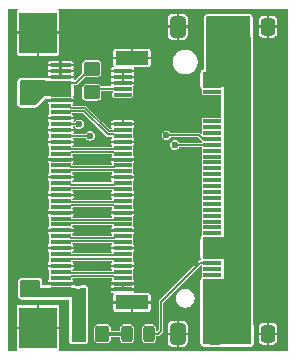
<source format=gbr>
%TF.GenerationSoftware,KiCad,Pcbnew,8.0.7*%
%TF.CreationDate,2025-04-01T17:50:48+03:00*%
%TF.ProjectId,RibbonExtentionCard,52696262-6f6e-4457-9874-656e74696f6e,rev?*%
%TF.SameCoordinates,Original*%
%TF.FileFunction,Copper,L1,Top*%
%TF.FilePolarity,Positive*%
%FSLAX46Y46*%
G04 Gerber Fmt 4.6, Leading zero omitted, Abs format (unit mm)*
G04 Created by KiCad (PCBNEW 8.0.7) date 2025-04-01 17:50:48*
%MOMM*%
%LPD*%
G01*
G04 APERTURE LIST*
G04 Aperture macros list*
%AMRoundRect*
0 Rectangle with rounded corners*
0 $1 Rounding radius*
0 $2 $3 $4 $5 $6 $7 $8 $9 X,Y pos of 4 corners*
0 Add a 4 corners polygon primitive as box body*
4,1,4,$2,$3,$4,$5,$6,$7,$8,$9,$2,$3,0*
0 Add four circle primitives for the rounded corners*
1,1,$1+$1,$2,$3*
1,1,$1+$1,$4,$5*
1,1,$1+$1,$6,$7*
1,1,$1+$1,$8,$9*
0 Add four rect primitives between the rounded corners*
20,1,$1+$1,$2,$3,$4,$5,0*
20,1,$1+$1,$4,$5,$6,$7,0*
20,1,$1+$1,$6,$7,$8,$9,0*
20,1,$1+$1,$8,$9,$2,$3,0*%
G04 Aperture macros list end*
%TA.AperFunction,SMDPad,CuDef*%
%ADD10RoundRect,0.250000X-0.337500X-0.475000X0.337500X-0.475000X0.337500X0.475000X-0.337500X0.475000X0*%
%TD*%
%TA.AperFunction,SMDPad,CuDef*%
%ADD11RoundRect,0.243750X0.243750X0.456250X-0.243750X0.456250X-0.243750X-0.456250X0.243750X-0.456250X0*%
%TD*%
%TA.AperFunction,SMDPad,CuDef*%
%ADD12RoundRect,0.250000X-0.450000X0.350000X-0.450000X-0.350000X0.450000X-0.350000X0.450000X0.350000X0*%
%TD*%
%TA.AperFunction,SMDPad,CuDef*%
%ADD13RoundRect,0.250000X0.412500X0.650000X-0.412500X0.650000X-0.412500X-0.650000X0.412500X-0.650000X0*%
%TD*%
%TA.AperFunction,SMDPad,CuDef*%
%ADD14RoundRect,0.250000X0.350000X0.450000X-0.350000X0.450000X-0.350000X-0.450000X0.350000X-0.450000X0*%
%TD*%
%TA.AperFunction,SMDPad,CuDef*%
%ADD15R,1.800000X0.300000*%
%TD*%
%TA.AperFunction,SMDPad,CuDef*%
%ADD16R,3.200000X3.500000*%
%TD*%
%TA.AperFunction,SMDPad,CuDef*%
%ADD17R,1.550013X0.300000*%
%TD*%
%TA.AperFunction,SMDPad,CuDef*%
%ADD18R,2.750013X1.200000*%
%TD*%
%TA.AperFunction,ViaPad*%
%ADD19C,0.600000*%
%TD*%
%TA.AperFunction,Conductor*%
%ADD20C,0.200000*%
%TD*%
%TA.AperFunction,Conductor*%
%ADD21C,0.300000*%
%TD*%
%TA.AperFunction,Conductor*%
%ADD22C,0.158000*%
%TD*%
G04 APERTURE END LIST*
D10*
%TO.P,C3,1*%
%TO.N,+3V3*%
X103425000Y-60000000D03*
%TO.P,C3,2*%
%TO.N,GND*%
X105500000Y-60000000D03*
%TD*%
D11*
%TO.P,D2,1,K*%
%TO.N,Net-(D2-K)*%
X95437500Y-86000000D03*
%TO.P,D2,2,A*%
%TO.N,Net-(D2-A)*%
X93562500Y-86000000D03*
%TD*%
D12*
%TO.P,R2,1*%
%TO.N,+3V3*%
X90600000Y-63550000D03*
%TO.P,R2,2*%
%TO.N,Net-(CON1-Pad69)*%
X90600000Y-65550000D03*
%TD*%
D13*
%TO.P,C1,1*%
%TO.N,+3V3*%
X101000000Y-60000000D03*
%TO.P,C1,2*%
%TO.N,GND*%
X97875000Y-60000000D03*
%TD*%
D10*
%TO.P,C5,1*%
%TO.N,+3V3*%
X103425000Y-86000000D03*
%TO.P,C5,2*%
%TO.N,GND*%
X105500000Y-86000000D03*
%TD*%
D13*
%TO.P,C6,1*%
%TO.N,+3V3*%
X101000000Y-86000000D03*
%TO.P,C6,2*%
%TO.N,GND*%
X97875000Y-86000000D03*
%TD*%
D14*
%TO.P,R3,1*%
%TO.N,Net-(D2-A)*%
X91500000Y-86000000D03*
%TO.P,R3,2*%
%TO.N,+3V3*%
X89500000Y-86000000D03*
%TD*%
D15*
%TO.P,U1,1,1*%
%TO.N,+3V3*%
X87949962Y-82750064D03*
%TO.P,U1,2,2*%
X87949962Y-82249936D03*
%TO.P,U1,3,3*%
%TO.N,GND*%
X87949962Y-81750064D03*
%TO.P,U1,4,4*%
%TO.N,PCIe_PCH_Rx3-*%
X87949962Y-81249936D03*
%TO.P,U1,5,5*%
%TO.N,PCIe_PCH_Rx3+*%
X87949962Y-80750064D03*
%TO.P,U1,6,6*%
%TO.N,GND*%
X87949962Y-80249936D03*
%TO.P,U1,7,7*%
%TO.N,PCIe_PCH_Tx3-*%
X87949962Y-79750064D03*
%TO.P,U1,8,8*%
%TO.N,PCIe_PCH_Tx3+*%
X87949962Y-79249936D03*
%TO.P,U1,9,9*%
%TO.N,GND*%
X87949962Y-78750064D03*
%TO.P,U1,10,10*%
%TO.N,PCIe_PCH_Rx2-*%
X87949962Y-78249936D03*
%TO.P,U1,11,11*%
%TO.N,PCIe_PCH_Rx2+*%
X87949962Y-77750064D03*
%TO.P,U1,12,12*%
%TO.N,GND*%
X87949962Y-77249936D03*
%TO.P,U1,13,13*%
%TO.N,PCIe_PCH_Tx2-*%
X87949962Y-76750064D03*
%TO.P,U1,14,14*%
%TO.N,PCIe_PCH_Tx2+*%
X87949962Y-76249936D03*
%TO.P,U1,15,15*%
%TO.N,GND*%
X87949962Y-75750064D03*
%TO.P,U1,16,16*%
%TO.N,PCIe_PCH_Rx1-*%
X87949962Y-75249936D03*
%TO.P,U1,17,17*%
%TO.N,PCIe_PCH_Rx1+*%
X87949962Y-74750064D03*
%TO.P,U1,18,18*%
%TO.N,GND*%
X87949962Y-74249936D03*
%TO.P,U1,19,19*%
%TO.N,PCIe_PCH_Tx1-*%
X87949962Y-73750064D03*
%TO.P,U1,20,20*%
%TO.N,PCIe_PCH_Tx1+*%
X87949962Y-73249936D03*
%TO.P,U1,21,21*%
%TO.N,GND*%
X87949962Y-72750064D03*
%TO.P,U1,22,22*%
%TO.N,PCIe_PCH_Rx0-*%
X87949962Y-72249936D03*
%TO.P,U1,23,23*%
%TO.N,PCIe_PCH_Rx0+*%
X87949962Y-71750064D03*
%TO.P,U1,24,24*%
%TO.N,GND*%
X87949962Y-71249936D03*
%TO.P,U1,25,25*%
%TO.N,PCIe_PCH_Tx0-*%
X87949962Y-70750064D03*
%TO.P,U1,26,26*%
%TO.N,PCIe_PCH_Tx0+*%
X87949962Y-70249936D03*
%TO.P,U1,27,27*%
%TO.N,GND*%
X87949962Y-69750064D03*
%TO.P,U1,28,28*%
%TO.N,PERST#*%
X87949962Y-69249936D03*
%TO.P,U1,29,29*%
%TO.N,GND*%
X87949962Y-68750064D03*
%TO.P,U1,30,30*%
%TO.N,PCIe_PCH_CLKREQ#*%
X87949962Y-68249936D03*
%TO.P,U1,31,31*%
%TO.N,GND*%
X87949962Y-67750064D03*
%TO.P,U1,32,32*%
%TO.N,PCIe_PCH_REFCLK-*%
X87949962Y-67249936D03*
%TO.P,U1,33,33*%
%TO.N,PCIe_PCH_REFCLK+*%
X87949962Y-66750064D03*
%TO.P,U1,34,34*%
%TO.N,GND*%
X87949962Y-66249936D03*
%TO.P,U1,35,35*%
%TO.N,+3V3*%
X87949962Y-65750064D03*
%TO.P,U1,36,36*%
X87949962Y-65249936D03*
%TO.P,U1,37,37*%
X87949962Y-64750064D03*
%TO.P,U1,38,38*%
%TO.N,GND*%
X87949962Y-64249936D03*
%TO.P,U1,39,39*%
X87949962Y-63750064D03*
%TO.P,U1,40,40*%
X87949962Y-63249936D03*
D16*
%TO.P,U1,41,41*%
X86050038Y-60500000D03*
%TO.P,U1,42,42*%
X86050038Y-85500000D03*
%TD*%
D17*
%TO.P,CON1,1,1*%
%TO.N,GND*%
X93225044Y-82249936D03*
%TO.P,CON1,2,2*%
%TO.N,+3V3*%
X100774956Y-82000000D03*
%TO.P,CON1,3,3*%
%TO.N,GND*%
X93225044Y-81750064D03*
%TO.P,CON1,4,4*%
%TO.N,+3V3*%
X100774956Y-81499873D03*
%TO.P,CON1,5,5*%
%TO.N,PCIe_PCH_Rx3-*%
X93225044Y-81249936D03*
%TO.P,CON1,6,6*%
%TO.N,unconnected-(CON1-Pad6)*%
X100774956Y-81000000D03*
%TO.P,CON1,7,7*%
%TO.N,PCIe_PCH_Rx3+*%
X93225044Y-80750064D03*
%TO.P,CON1,8,8*%
%TO.N,unconnected-(CON1-Pad8)*%
X100774956Y-80499873D03*
%TO.P,CON1,9,9*%
%TO.N,GND*%
X93225044Y-80249936D03*
%TO.P,CON1,10,10*%
%TO.N,Net-(D2-K)*%
X100774956Y-80000000D03*
%TO.P,CON1,11,11*%
%TO.N,PCIe_PCH_Tx3-*%
X93225044Y-79750064D03*
%TO.P,CON1,12,12*%
%TO.N,+3V3*%
X100774956Y-79499873D03*
%TO.P,CON1,13,13*%
%TO.N,PCIe_PCH_Tx3+*%
X93225044Y-79249936D03*
%TO.P,CON1,14,14*%
%TO.N,+3V3*%
X100774956Y-79000000D03*
%TO.P,CON1,15,15*%
%TO.N,GND*%
X93225044Y-78750064D03*
%TO.P,CON1,16,16*%
%TO.N,+3V3*%
X100774956Y-78499873D03*
%TO.P,CON1,17,17*%
%TO.N,PCIe_PCH_Rx2-*%
X93225044Y-78249936D03*
%TO.P,CON1,18,18*%
%TO.N,+3V3*%
X100774956Y-78000000D03*
%TO.P,CON1,19,19*%
%TO.N,PCIe_PCH_Rx2+*%
X93225044Y-77750064D03*
%TO.P,CON1,20,20*%
%TO.N,unconnected-(CON1-Pad20)*%
X100774956Y-77499873D03*
%TO.P,CON1,21,21*%
%TO.N,GND*%
X93225044Y-77249936D03*
%TO.P,CON1,22,22*%
%TO.N,unconnected-(CON1-Pad22)*%
X100774956Y-77000000D03*
%TO.P,CON1,23,23*%
%TO.N,PCIe_PCH_Tx2-*%
X93225044Y-76750064D03*
%TO.P,CON1,24,24*%
%TO.N,unconnected-(CON1-Pad24)*%
X100774956Y-76499873D03*
%TO.P,CON1,25,25*%
%TO.N,PCIe_PCH_Tx2+*%
X93225044Y-76249936D03*
%TO.P,CON1,26,26*%
%TO.N,unconnected-(CON1-Pad26)*%
X100774956Y-76000000D03*
%TO.P,CON1,27,27*%
%TO.N,GND*%
X93225044Y-75750064D03*
%TO.P,CON1,28,28*%
%TO.N,unconnected-(CON1-Pad28)*%
X100774956Y-75499873D03*
%TO.P,CON1,29,29*%
%TO.N,PCIe_PCH_Rx1-*%
X93225044Y-75249936D03*
%TO.P,CON1,30,30*%
%TO.N,unconnected-(CON1-Pad30)*%
X100774956Y-75000000D03*
%TO.P,CON1,31,31*%
%TO.N,PCIe_PCH_Rx1+*%
X93225044Y-74750064D03*
%TO.P,CON1,32,32*%
%TO.N,unconnected-(CON1-Pad32)*%
X100774956Y-74499873D03*
%TO.P,CON1,33,33*%
%TO.N,GND*%
X93225044Y-74249936D03*
%TO.P,CON1,34,34*%
%TO.N,unconnected-(CON1-Pad34)*%
X100774956Y-74000000D03*
%TO.P,CON1,35,35*%
%TO.N,PCIe_PCH_Tx1-*%
X93225044Y-73750064D03*
%TO.P,CON1,36,36*%
%TO.N,unconnected-(CON1-Pad36)*%
X100774956Y-73499873D03*
%TO.P,CON1,37,37*%
%TO.N,PCIe_PCH_Tx1+*%
X93225044Y-73249936D03*
%TO.P,CON1,38,38*%
%TO.N,unconnected-(CON1-Pad38)*%
X100774956Y-73000000D03*
%TO.P,CON1,39,39*%
%TO.N,GND*%
X93225044Y-72750064D03*
%TO.P,CON1,40,40*%
%TO.N,unconnected-(CON1-Pad40)*%
X100774956Y-72499873D03*
%TO.P,CON1,41,41*%
%TO.N,PCIe_PCH_Rx0-*%
X93225044Y-72249936D03*
%TO.P,CON1,42,42*%
%TO.N,unconnected-(CON1-Pad42)*%
X100774956Y-72000000D03*
%TO.P,CON1,43,43*%
%TO.N,PCIe_PCH_Rx0+*%
X93225044Y-71750064D03*
%TO.P,CON1,44,44*%
%TO.N,unconnected-(CON1-Pad44)*%
X100774956Y-71499873D03*
%TO.P,CON1,45,45*%
%TO.N,GND*%
X93225044Y-71249936D03*
%TO.P,CON1,46,46*%
%TO.N,unconnected-(CON1-Pad46)*%
X100774956Y-71000000D03*
%TO.P,CON1,47,47*%
%TO.N,PCIe_PCH_Tx0-*%
X93225044Y-70750064D03*
%TO.P,CON1,48,48*%
%TO.N,unconnected-(CON1-Pad48)*%
X100774956Y-70499873D03*
%TO.P,CON1,49,49*%
%TO.N,PCIe_PCH_Tx0+*%
X93225044Y-70249936D03*
%TO.P,CON1,50,50*%
%TO.N,PERST#*%
X100774956Y-70000000D03*
%TO.P,CON1,51,51*%
%TO.N,GND*%
X93225044Y-69750064D03*
%TO.P,CON1,52,52*%
%TO.N,PCIe_PCH_CLKREQ#*%
X100774956Y-69499873D03*
%TO.P,CON1,53,53*%
%TO.N,PCIe_PCH_REFCLK-*%
X93225044Y-69249936D03*
%TO.P,CON1,54,54*%
%TO.N,unconnected-(CON1-Pad54)*%
X100774956Y-69000000D03*
%TO.P,CON1,55,55*%
%TO.N,PCIe_PCH_REFCLK+*%
X93225044Y-68750064D03*
%TO.P,CON1,56,56*%
%TO.N,unconnected-(CON1-Pad56)*%
X100774956Y-68499873D03*
%TO.P,CON1,57,57*%
%TO.N,GND*%
X93225044Y-68249936D03*
%TO.P,CON1,58,58*%
%TO.N,unconnected-(CON1-Pad58)*%
X100774956Y-68000000D03*
%TO.P,CON1,67,67*%
%TO.N,unconnected-(CON1-Pad67)*%
X93225044Y-65750064D03*
%TO.P,CON1,68,68*%
%TO.N,unconnected-(CON1-Pad68)*%
X100774956Y-65499873D03*
%TO.P,CON1,69,69*%
%TO.N,Net-(CON1-Pad69)*%
X93225044Y-65249936D03*
%TO.P,CON1,70,70*%
%TO.N,+3V3*%
X100774956Y-65000000D03*
%TO.P,CON1,71,71*%
%TO.N,GND*%
X93225044Y-64750064D03*
%TO.P,CON1,72,72*%
%TO.N,+3V3*%
X100774956Y-64499873D03*
%TO.P,CON1,73,73*%
%TO.N,GND*%
X93225044Y-64249936D03*
%TO.P,CON1,74,74*%
%TO.N,+3V3*%
X100774956Y-64000000D03*
%TO.P,CON1,75,75*%
%TO.N,GND*%
X93225044Y-63750064D03*
D18*
%TO.P,CON1,76,76*%
X94000000Y-83350013D03*
%TO.P,CON1,77,77*%
X94000000Y-62649987D03*
%TD*%
D19*
%TO.N,+3V3*%
X103550000Y-64900000D03*
X86300000Y-65600000D03*
X102150000Y-64900000D03*
X85550000Y-66300000D03*
X102150000Y-65600000D03*
X84950000Y-82500000D03*
X85650000Y-81800000D03*
X85650000Y-82500000D03*
X84850000Y-65600000D03*
X102850000Y-64900000D03*
X86350000Y-82500000D03*
X86300000Y-64900000D03*
X85550000Y-64900000D03*
X103550000Y-65600000D03*
X102150000Y-66300000D03*
X102850000Y-65600000D03*
X85550000Y-65600000D03*
X84850000Y-64900000D03*
X84950000Y-81800000D03*
X102850000Y-66300000D03*
X84850000Y-66300000D03*
X103550000Y-66300000D03*
%TO.N,GND*%
X94650000Y-81700000D03*
X91850000Y-74250000D03*
X83950000Y-72050000D03*
X105750000Y-81350000D03*
X91850000Y-72750000D03*
X105750000Y-74350000D03*
X91850000Y-77250000D03*
X89450000Y-75750000D03*
X105750000Y-64450000D03*
X99300000Y-68500000D03*
X83950000Y-65550000D03*
X91850000Y-71250000D03*
X99300000Y-81450000D03*
X99300000Y-67400000D03*
X83950000Y-68850000D03*
X99400000Y-59500000D03*
X89450000Y-72750000D03*
X98250000Y-84350000D03*
X83950000Y-80300000D03*
X83950000Y-70400000D03*
X91900000Y-63950000D03*
X89450000Y-77250000D03*
X89450000Y-78750000D03*
X83950000Y-77100000D03*
X105750000Y-61650000D03*
X99300000Y-72500000D03*
X83950000Y-75450000D03*
X83950000Y-73900000D03*
X94650000Y-72750000D03*
X105750000Y-77150000D03*
X95750000Y-60000000D03*
X91650000Y-67400000D03*
X83950000Y-64000000D03*
X99300000Y-78500000D03*
X99300000Y-86400000D03*
X90150000Y-61900000D03*
X105750000Y-80000000D03*
X83950000Y-67200000D03*
X105750000Y-78550000D03*
X89450000Y-80250000D03*
X105750000Y-65900000D03*
X86100000Y-63750000D03*
X85250000Y-63000000D03*
X105750000Y-70100000D03*
X91850000Y-78750000D03*
X89450000Y-81700000D03*
X94650000Y-77250000D03*
X94500000Y-84700000D03*
X89450000Y-74250000D03*
X105750000Y-63100000D03*
X99300000Y-80000000D03*
X99300000Y-75500000D03*
X93050000Y-60000000D03*
X99400000Y-60500000D03*
X94650000Y-75750000D03*
X91400000Y-83750000D03*
X99300000Y-71000000D03*
X94650000Y-69000000D03*
X94650000Y-78750000D03*
X83950000Y-78750000D03*
X99300000Y-85500000D03*
X89450000Y-71250000D03*
X105750000Y-67350000D03*
X105750000Y-71550000D03*
X91850000Y-75750000D03*
X105750000Y-84250000D03*
X83950000Y-81950000D03*
X94650000Y-71250000D03*
X92600000Y-84750000D03*
X94700000Y-63900000D03*
X96600000Y-62900000D03*
X105750000Y-68700000D03*
X91850000Y-81700000D03*
X94650000Y-67400000D03*
X105750000Y-75800000D03*
X105750000Y-72900000D03*
X94650000Y-80250000D03*
X91850000Y-80250000D03*
X99300000Y-74000000D03*
X94650000Y-74250000D03*
X99300000Y-77000000D03*
X105750000Y-82800000D03*
X86100000Y-63000000D03*
X90150000Y-60000000D03*
X89450000Y-69800000D03*
X85250000Y-63750000D03*
%TO.N,PCIe_PCH_CLKREQ#*%
X89510000Y-68249936D03*
X96920000Y-69180000D03*
%TO.N,PERST#*%
X97640000Y-70020000D03*
X90450000Y-69240000D03*
%TD*%
D20*
%TO.N,+3V3*%
X87949962Y-64750064D02*
X89249936Y-64750064D01*
X90200000Y-63800000D02*
X90560000Y-63800000D01*
X89249936Y-64750064D02*
X90200000Y-63800000D01*
D21*
%TO.N,Net-(D2-A)*%
X91500000Y-86000000D02*
X93562500Y-86000000D01*
D20*
%TO.N,Net-(D2-K)*%
X96450000Y-83299823D02*
X96450000Y-85750000D01*
X100774956Y-80000000D02*
X99749823Y-80000000D01*
X96200000Y-86000000D02*
X95437500Y-86000000D01*
X96450000Y-85750000D02*
X96200000Y-86000000D01*
X99749823Y-80000000D02*
X96450000Y-83299823D01*
%TO.N,Net-(CON1-Pad69)*%
X91110064Y-65249936D02*
X90560000Y-65800000D01*
X93225044Y-65249936D02*
X91110064Y-65249936D01*
D22*
%TO.N,PCIe_PCH_CLKREQ#*%
X99750000Y-69250000D02*
X99680000Y-69180000D01*
X99750000Y-69250000D02*
X99999873Y-69499873D01*
X99680000Y-69180000D02*
X96920000Y-69180000D01*
X89510000Y-68249936D02*
X87949962Y-68249936D01*
X99999873Y-69499873D02*
X100774956Y-69499873D01*
%TO.N,PCIe_PCH_Tx3-*%
X92600038Y-79750064D02*
X93225044Y-79750064D01*
X88699962Y-79750064D02*
X88820226Y-79629800D01*
X88820226Y-79629800D02*
X92479774Y-79629800D01*
X92479774Y-79629800D02*
X92600038Y-79750064D01*
X87949962Y-79750064D02*
X88699962Y-79750064D01*
%TO.N,PCIe_PCH_Tx3+*%
X88699962Y-79249936D02*
X88820226Y-79370200D01*
X92479774Y-79370200D02*
X92600038Y-79249936D01*
X88820226Y-79370200D02*
X92479774Y-79370200D01*
X92600038Y-79249936D02*
X93225044Y-79249936D01*
X87949962Y-79249936D02*
X88699962Y-79249936D01*
%TO.N,PCIe_PCH_Tx2+*%
X88699962Y-76249936D02*
X88820226Y-76370200D01*
X88820226Y-76370200D02*
X92479774Y-76370200D01*
X92479774Y-76370200D02*
X92600038Y-76249936D01*
X87949962Y-76249936D02*
X88699962Y-76249936D01*
X92600038Y-76249936D02*
X93225044Y-76249936D01*
%TO.N,PCIe_PCH_Rx0+*%
X88699962Y-71750064D02*
X88820098Y-71870200D01*
X92600038Y-71750064D02*
X93225044Y-71750064D01*
X87949962Y-71750064D02*
X88699962Y-71750064D01*
X88820098Y-71870200D02*
X92479902Y-71870200D01*
X92479902Y-71870200D02*
X92600038Y-71750064D01*
%TO.N,PCIe_PCH_Rx1+*%
X92479902Y-74870200D02*
X92600038Y-74750064D01*
X88699962Y-74750064D02*
X88820098Y-74870200D01*
X87949962Y-74750064D02*
X88699962Y-74750064D01*
X92600038Y-74750064D02*
X93225044Y-74750064D01*
X88820098Y-74870200D02*
X92479902Y-74870200D01*
%TO.N,PCIe_PCH_Tx0-*%
X87949962Y-70750064D02*
X88699962Y-70750064D01*
X88820226Y-70629800D02*
X92479774Y-70629800D01*
X92600038Y-70750064D02*
X93225044Y-70750064D01*
X88699962Y-70750064D02*
X88820226Y-70629800D01*
X92479774Y-70629800D02*
X92600038Y-70750064D01*
%TO.N,PCIe_PCH_Rx3-*%
X88820098Y-81129800D02*
X92479902Y-81129800D01*
X87949962Y-81249936D02*
X88699962Y-81249936D01*
X92479902Y-81129800D02*
X92600038Y-81249936D01*
X92600038Y-81249936D02*
X93225044Y-81249936D01*
X88699962Y-81249936D02*
X88820098Y-81129800D01*
%TO.N,PCIe_PCH_REFCLK+*%
X87949962Y-66750064D02*
X88699962Y-66750064D01*
X88820098Y-66870200D02*
X90033766Y-66870200D01*
X88699962Y-66750064D02*
X88820098Y-66870200D01*
X92033766Y-68870200D02*
X92479902Y-68870200D01*
X90033766Y-66870200D02*
X92033766Y-68870200D01*
X92479902Y-68870200D02*
X92600038Y-68750064D01*
X92600038Y-68750064D02*
X93225044Y-68750064D01*
%TO.N,PCIe_PCH_Tx1+*%
X88699962Y-73249936D02*
X88820226Y-73370200D01*
X88820226Y-73370200D02*
X92479774Y-73370200D01*
X92479774Y-73370200D02*
X92600038Y-73249936D01*
X87949962Y-73249936D02*
X88699962Y-73249936D01*
X92600038Y-73249936D02*
X93225044Y-73249936D01*
%TO.N,PCIe_PCH_REFCLK-*%
X87949962Y-67249936D02*
X88699962Y-67249936D01*
X91926234Y-69129800D02*
X92479902Y-69129800D01*
X88820098Y-67129800D02*
X89926234Y-67129800D01*
X92600038Y-69249936D02*
X93225044Y-69249936D01*
X92479902Y-69129800D02*
X92600038Y-69249936D01*
X89926234Y-67129800D02*
X91926234Y-69129800D01*
X88699962Y-67249936D02*
X88820098Y-67129800D01*
%TO.N,PCIe_PCH_Tx0+*%
X92479774Y-70370200D02*
X92600038Y-70249936D01*
X92600038Y-70249936D02*
X93225044Y-70249936D01*
X88699962Y-70249936D02*
X88820226Y-70370200D01*
X87949962Y-70249936D02*
X88699962Y-70249936D01*
X88820226Y-70370200D02*
X92479774Y-70370200D01*
%TO.N,PCIe_PCH_Rx0-*%
X92479902Y-72129800D02*
X92600038Y-72249936D01*
X87949962Y-72249936D02*
X88699962Y-72249936D01*
X92600038Y-72249936D02*
X93225044Y-72249936D01*
X88820098Y-72129800D02*
X92479902Y-72129800D01*
X88699962Y-72249936D02*
X88820098Y-72129800D01*
%TO.N,PCIe_PCH_Rx1-*%
X92479902Y-75129800D02*
X92600038Y-75249936D01*
X87949962Y-75249936D02*
X88699962Y-75249936D01*
X92600038Y-75249936D02*
X93225044Y-75249936D01*
X88820098Y-75129800D02*
X92479902Y-75129800D01*
X88699962Y-75249936D02*
X88820098Y-75129800D01*
%TO.N,PCIe_PCH_Rx2+*%
X88699962Y-77750064D02*
X88820098Y-77870200D01*
X88820098Y-77870200D02*
X92479902Y-77870200D01*
X92600038Y-77750064D02*
X93225044Y-77750064D01*
X87949962Y-77750064D02*
X88699962Y-77750064D01*
X92479902Y-77870200D02*
X92600038Y-77750064D01*
%TO.N,PERST#*%
X89690000Y-69260000D02*
X89710000Y-69240000D01*
X89710000Y-69240000D02*
X90450000Y-69240000D01*
X97660000Y-70000000D02*
X97640000Y-70020000D01*
X90440064Y-69249936D02*
X90450000Y-69240000D01*
X100774956Y-70000000D02*
X97660000Y-70000000D01*
X87949962Y-69249936D02*
X90440064Y-69249936D01*
%TO.N,PCIe_PCH_Rx2-*%
X88699962Y-78249936D02*
X88820098Y-78129800D01*
X88820098Y-78129800D02*
X92479902Y-78129800D01*
X87949962Y-78249936D02*
X88699962Y-78249936D01*
X92600038Y-78249936D02*
X93225044Y-78249936D01*
X92479902Y-78129800D02*
X92600038Y-78249936D01*
%TO.N,PCIe_PCH_Rx3+*%
X88699962Y-80750064D02*
X88820098Y-80870200D01*
X87949962Y-80750064D02*
X88699962Y-80750064D01*
X92600038Y-80750064D02*
X93225044Y-80750064D01*
X88820098Y-80870200D02*
X92479902Y-80870200D01*
X92479902Y-80870200D02*
X92600038Y-80750064D01*
%TO.N,PCIe_PCH_Tx1-*%
X88699962Y-73750064D02*
X88820226Y-73629800D01*
X92600038Y-73750064D02*
X93225044Y-73750064D01*
X87949962Y-73750064D02*
X88699962Y-73750064D01*
X88820226Y-73629800D02*
X92479774Y-73629800D01*
X92479774Y-73629800D02*
X92600038Y-73750064D01*
%TO.N,PCIe_PCH_Tx2-*%
X87949962Y-76750064D02*
X88699962Y-76750064D01*
X88820226Y-76629800D02*
X92479774Y-76629800D01*
X88699962Y-76750064D02*
X88820226Y-76629800D01*
X92479774Y-76629800D02*
X92600038Y-76750064D01*
X92600038Y-76750064D02*
X93225044Y-76750064D01*
%TD*%
%TA.AperFunction,Conductor*%
%TO.N,+3V3*%
G36*
X86670904Y-64560452D02*
G01*
X86750000Y-64600000D01*
X87020922Y-64600000D01*
X87029806Y-64600436D01*
X88751000Y-64600436D01*
X88809191Y-64619343D01*
X88845155Y-64668843D01*
X88850000Y-64699436D01*
X88850000Y-65800436D01*
X88831093Y-65858627D01*
X88781593Y-65894591D01*
X88751000Y-65899436D01*
X87030214Y-65899436D01*
X87030211Y-65899436D01*
X87029334Y-65899523D01*
X87019626Y-65900000D01*
X86650000Y-65900000D01*
X85828067Y-66625234D01*
X85771924Y-66649557D01*
X85762567Y-66650000D01*
X84599000Y-66650000D01*
X84540809Y-66631093D01*
X84504845Y-66581593D01*
X84500000Y-66551000D01*
X84500000Y-64649000D01*
X84518907Y-64590809D01*
X84568407Y-64554845D01*
X84599000Y-64550000D01*
X86626630Y-64550000D01*
X86670904Y-64560452D01*
G37*
%TD.AperFunction*%
%TD*%
%TA.AperFunction,Conductor*%
%TO.N,+3V3*%
G36*
X101750000Y-78100000D02*
G01*
X104050000Y-78100000D01*
X104050000Y-85400000D01*
X101550000Y-85400000D01*
X101550000Y-81350500D01*
X101569707Y-81350500D01*
X101569711Y-81350500D01*
X101569714Y-81350499D01*
X101569951Y-81350476D01*
X101579652Y-81350000D01*
X101799999Y-81350000D01*
X101800000Y-81350000D01*
X101800000Y-79650000D01*
X101799999Y-79650000D01*
X101579652Y-79650000D01*
X101569951Y-79649524D01*
X101569714Y-79649500D01*
X101569711Y-79649500D01*
X100099000Y-79649500D01*
X100040809Y-79630593D01*
X100004845Y-79581093D01*
X100000000Y-79550500D01*
X100000000Y-77949373D01*
X100018907Y-77891182D01*
X100068407Y-77855218D01*
X100099000Y-77850373D01*
X101570768Y-77850373D01*
X101578360Y-77850000D01*
X101749999Y-77850000D01*
X101750000Y-77850000D01*
X101750000Y-78100000D01*
G37*
%TD.AperFunction*%
%TD*%
%TA.AperFunction,Conductor*%
%TO.N,+3V3*%
G36*
X104021004Y-60821003D02*
G01*
X104048781Y-60875520D01*
X104050000Y-60891007D01*
X104050000Y-78100000D01*
X101750000Y-78100000D01*
X101750000Y-77679185D01*
X101750463Y-77669761D01*
X101750463Y-77329993D01*
X101750000Y-77320559D01*
X101750000Y-77179312D01*
X101750463Y-77169888D01*
X101750463Y-76830120D01*
X101750000Y-76820686D01*
X101750000Y-76679185D01*
X101750463Y-76669761D01*
X101750463Y-76329993D01*
X101750000Y-76320559D01*
X101750000Y-76179312D01*
X101750463Y-76169888D01*
X101750463Y-75830120D01*
X101750000Y-75820686D01*
X101750000Y-75679185D01*
X101750463Y-75669761D01*
X101750463Y-75329993D01*
X101750000Y-75320559D01*
X101750000Y-75179312D01*
X101750463Y-75169888D01*
X101750463Y-74830120D01*
X101750000Y-74820686D01*
X101750000Y-74679185D01*
X101750463Y-74669761D01*
X101750463Y-74329993D01*
X101750000Y-74320559D01*
X101750000Y-74179312D01*
X101750463Y-74169888D01*
X101750463Y-73830120D01*
X101750000Y-73820686D01*
X101750000Y-73679185D01*
X101750463Y-73669761D01*
X101750463Y-73329993D01*
X101750000Y-73320559D01*
X101750000Y-73179312D01*
X101750463Y-73169888D01*
X101750463Y-72830120D01*
X101750000Y-72820686D01*
X101750000Y-72679185D01*
X101750463Y-72669761D01*
X101750463Y-72329993D01*
X101750000Y-72320559D01*
X101750000Y-72179312D01*
X101750463Y-72169888D01*
X101750463Y-71830120D01*
X101750000Y-71820686D01*
X101750000Y-71679185D01*
X101750463Y-71669761D01*
X101750463Y-71329993D01*
X101750000Y-71320559D01*
X101750000Y-71179312D01*
X101750463Y-71169888D01*
X101750463Y-70830120D01*
X101750000Y-70820686D01*
X101750000Y-70679185D01*
X101750463Y-70669761D01*
X101750463Y-70329993D01*
X101750000Y-70320559D01*
X101750000Y-70179312D01*
X101750463Y-70169888D01*
X101750463Y-69830120D01*
X101750000Y-69820686D01*
X101750000Y-69679185D01*
X101750463Y-69669761D01*
X101750463Y-69329993D01*
X101750000Y-69320559D01*
X101750000Y-69179312D01*
X101750463Y-69169888D01*
X101750463Y-68830120D01*
X101750000Y-68820686D01*
X101750000Y-68679185D01*
X101750463Y-68669761D01*
X101750463Y-68329993D01*
X101750000Y-68320559D01*
X101750000Y-68179312D01*
X101750463Y-68169888D01*
X101750463Y-67830120D01*
X101750000Y-67820686D01*
X101750000Y-65679185D01*
X101750463Y-65669761D01*
X101750463Y-65329993D01*
X101750000Y-65320559D01*
X101750000Y-65150001D01*
X101750000Y-60800000D01*
X104000000Y-60800000D01*
X104000001Y-60800000D01*
X104021004Y-60821003D01*
G37*
%TD.AperFunction*%
%TD*%
%TA.AperFunction,Conductor*%
%TO.N,+3V3*%
G36*
X103959191Y-59118907D02*
G01*
X103995155Y-59168407D01*
X104000000Y-59199000D01*
X104000000Y-60800000D01*
X101750000Y-60800000D01*
X101750000Y-65150000D01*
X101580937Y-65150000D01*
X101571227Y-65149523D01*
X101569716Y-65149374D01*
X101569711Y-65149373D01*
X100099000Y-65149373D01*
X100040809Y-65130466D01*
X100004845Y-65080966D01*
X100000000Y-65050373D01*
X100000000Y-63899000D01*
X100018907Y-63840809D01*
X100068407Y-63804845D01*
X100099000Y-63800000D01*
X100299999Y-63800000D01*
X100300000Y-63800000D01*
X100300000Y-59199000D01*
X100318907Y-59140809D01*
X100368407Y-59104845D01*
X100399000Y-59100000D01*
X103901000Y-59100000D01*
X103959191Y-59118907D01*
G37*
%TD.AperFunction*%
%TD*%
%TA.AperFunction,Conductor*%
%TO.N,+3V3*%
G36*
X101550000Y-85400000D02*
G01*
X104050000Y-85400000D01*
X104050000Y-85200000D01*
X104050001Y-85200000D01*
X104071004Y-85221003D01*
X104098781Y-85275520D01*
X104100000Y-85291007D01*
X104100000Y-86801000D01*
X104081093Y-86859191D01*
X104031593Y-86895155D01*
X104001000Y-86900000D01*
X100099000Y-86900000D01*
X100040809Y-86881093D01*
X100004845Y-86831593D01*
X100000000Y-86801000D01*
X100000000Y-81449500D01*
X100018907Y-81391309D01*
X100068407Y-81355345D01*
X100099000Y-81350500D01*
X101550000Y-81350500D01*
X101550000Y-85400000D01*
G37*
%TD.AperFunction*%
%TD*%
%TA.AperFunction,Conductor*%
%TO.N,+3V3*%
G36*
X86159191Y-81468907D02*
G01*
X86195155Y-81518407D01*
X86200000Y-81549000D01*
X86200000Y-82100000D01*
X87019626Y-82100000D01*
X87029334Y-82100477D01*
X87030211Y-82100563D01*
X87030214Y-82100564D01*
X87030217Y-82100564D01*
X88869707Y-82100564D01*
X88869710Y-82100564D01*
X88869712Y-82100563D01*
X88870590Y-82100477D01*
X88880298Y-82100000D01*
X89117590Y-82100000D01*
X89171111Y-82115715D01*
X89239947Y-82159953D01*
X89346403Y-82191211D01*
X89378035Y-82200499D01*
X89378036Y-82200499D01*
X89378039Y-82200500D01*
X89378041Y-82200500D01*
X89521959Y-82200500D01*
X89521961Y-82200500D01*
X89660053Y-82159953D01*
X89728888Y-82115715D01*
X89782410Y-82100000D01*
X90001000Y-82100000D01*
X90059191Y-82118907D01*
X90095155Y-82168407D01*
X90100000Y-82199000D01*
X90100000Y-86601000D01*
X90081093Y-86659191D01*
X90031593Y-86695155D01*
X90001000Y-86700000D01*
X88999000Y-86700000D01*
X88940809Y-86681093D01*
X88904845Y-86631593D01*
X88900000Y-86601000D01*
X88900000Y-82900001D01*
X88900000Y-82900000D01*
X88899999Y-82900000D01*
X84649000Y-82900000D01*
X84590809Y-82881093D01*
X84554845Y-82831593D01*
X84550000Y-82801000D01*
X84550000Y-81549000D01*
X84568907Y-81490809D01*
X84618407Y-81454845D01*
X84649000Y-81450000D01*
X86101000Y-81450000D01*
X86159191Y-81468907D01*
G37*
%TD.AperFunction*%
%TD*%
%TA.AperFunction,Conductor*%
%TO.N,GND*%
G36*
X84362463Y-58511923D02*
G01*
X84373886Y-58539500D01*
X84362463Y-58567077D01*
X84356553Y-58571927D01*
X84305846Y-58605807D01*
X84305845Y-58605808D01*
X84261643Y-58671962D01*
X84261642Y-58671964D01*
X84250038Y-58730304D01*
X84250038Y-60400000D01*
X87850038Y-60400000D01*
X87850038Y-59295796D01*
X97012500Y-59295796D01*
X97012500Y-59900000D01*
X97775000Y-59900000D01*
X97975000Y-59900000D01*
X98737499Y-59900000D01*
X98737499Y-59295805D01*
X98737498Y-59295793D01*
X98734648Y-59265395D01*
X98734647Y-59265389D01*
X98689848Y-59137359D01*
X98689842Y-59137348D01*
X98609292Y-59028207D01*
X98500151Y-58947657D01*
X98500140Y-58947651D01*
X98372107Y-58902851D01*
X98341703Y-58900000D01*
X97975000Y-58900000D01*
X97975000Y-59900000D01*
X97775000Y-59900000D01*
X97775000Y-58900000D01*
X97408305Y-58900000D01*
X97408293Y-58900001D01*
X97377895Y-58902851D01*
X97377889Y-58902852D01*
X97249859Y-58947651D01*
X97249848Y-58947657D01*
X97140707Y-59028207D01*
X97060157Y-59137348D01*
X97060151Y-59137359D01*
X97015351Y-59265392D01*
X97012500Y-59295796D01*
X87850038Y-59295796D01*
X87850038Y-58730306D01*
X87850037Y-58730304D01*
X87838433Y-58671964D01*
X87838432Y-58671962D01*
X87794230Y-58605808D01*
X87794229Y-58605807D01*
X87743523Y-58571927D01*
X87726939Y-58547109D01*
X87732763Y-58517833D01*
X87757581Y-58501249D01*
X87765190Y-58500500D01*
X107161000Y-58500500D01*
X107188577Y-58511923D01*
X107200000Y-58539500D01*
X107200000Y-87460500D01*
X107188577Y-87488077D01*
X107161000Y-87499500D01*
X87765190Y-87499500D01*
X87737613Y-87488077D01*
X87726190Y-87460500D01*
X87737613Y-87432923D01*
X87743523Y-87428073D01*
X87794229Y-87394192D01*
X87794230Y-87394191D01*
X87838432Y-87328037D01*
X87838433Y-87328035D01*
X87850037Y-87269695D01*
X87850038Y-87269693D01*
X87850038Y-85600000D01*
X84250038Y-85600000D01*
X84250038Y-87269695D01*
X84261642Y-87328035D01*
X84261643Y-87328037D01*
X84305845Y-87394191D01*
X84305846Y-87394192D01*
X84356553Y-87428073D01*
X84373137Y-87452891D01*
X84367313Y-87482167D01*
X84342495Y-87498751D01*
X84334886Y-87499500D01*
X83539500Y-87499500D01*
X83511923Y-87488077D01*
X83500500Y-87460500D01*
X83500500Y-83730304D01*
X84250038Y-83730304D01*
X84250038Y-85400000D01*
X85950038Y-85400000D01*
X86150038Y-85400000D01*
X87850038Y-85400000D01*
X87850038Y-83730306D01*
X87850037Y-83730304D01*
X87838433Y-83671964D01*
X87838432Y-83671962D01*
X87794230Y-83605808D01*
X87794229Y-83605807D01*
X87728075Y-83561605D01*
X87728073Y-83561604D01*
X87669732Y-83550000D01*
X86150038Y-83550000D01*
X86150038Y-85400000D01*
X85950038Y-85400000D01*
X85950038Y-83550000D01*
X84430344Y-83550000D01*
X84372002Y-83561604D01*
X84372000Y-83561605D01*
X84305846Y-83605807D01*
X84305845Y-83605808D01*
X84261643Y-83671962D01*
X84261642Y-83671964D01*
X84250038Y-83730304D01*
X83500500Y-83730304D01*
X83500500Y-81548998D01*
X84344500Y-81548998D01*
X84344500Y-82800999D01*
X84347029Y-82833144D01*
X84347030Y-82833149D01*
X84351876Y-82863745D01*
X84352647Y-82868285D01*
X84388591Y-82952382D01*
X84424554Y-83001880D01*
X84424567Y-83001896D01*
X84448793Y-83029624D01*
X84448794Y-83029625D01*
X84448797Y-83029628D01*
X84448801Y-83029630D01*
X84448802Y-83029631D01*
X84527300Y-83076533D01*
X84527304Y-83076534D01*
X84527307Y-83076536D01*
X84568676Y-83089977D01*
X84585491Y-83095441D01*
X84585492Y-83095441D01*
X84585498Y-83095443D01*
X84638942Y-83103907D01*
X84648999Y-83105500D01*
X84649000Y-83105500D01*
X88655500Y-83105500D01*
X88683077Y-83116923D01*
X88694500Y-83144500D01*
X88694500Y-86600999D01*
X88697029Y-86633144D01*
X88697030Y-86633149D01*
X88701876Y-86663745D01*
X88702647Y-86668285D01*
X88738591Y-86752382D01*
X88738592Y-86752383D01*
X88773914Y-86801000D01*
X88774554Y-86801880D01*
X88774567Y-86801896D01*
X88798793Y-86829624D01*
X88798794Y-86829625D01*
X88798797Y-86829628D01*
X88798801Y-86829630D01*
X88798802Y-86829631D01*
X88877300Y-86876533D01*
X88877304Y-86876534D01*
X88877307Y-86876536D01*
X88918676Y-86889977D01*
X88935491Y-86895441D01*
X88935492Y-86895441D01*
X88935498Y-86895443D01*
X88988942Y-86903907D01*
X88998999Y-86905500D01*
X88999000Y-86905500D01*
X90000999Y-86905500D01*
X90001000Y-86905500D01*
X90033144Y-86902970D01*
X90063737Y-86898125D01*
X90068287Y-86897352D01*
X90152383Y-86861408D01*
X90201883Y-86825444D01*
X90229628Y-86801203D01*
X90258797Y-86752383D01*
X90276533Y-86722699D01*
X90276533Y-86722696D01*
X90276536Y-86722693D01*
X90295443Y-86664502D01*
X90305500Y-86601000D01*
X90305500Y-85516550D01*
X90797500Y-85516550D01*
X90797500Y-86483449D01*
X90807483Y-86551973D01*
X90807484Y-86551976D01*
X90859150Y-86657659D01*
X90859151Y-86657661D01*
X90859152Y-86657662D01*
X90942338Y-86740848D01*
X91048028Y-86792517D01*
X91116547Y-86802500D01*
X91883452Y-86802499D01*
X91951972Y-86792517D01*
X92057662Y-86740848D01*
X92140848Y-86657662D01*
X92192517Y-86551972D01*
X92202500Y-86483453D01*
X92202500Y-86291500D01*
X92213923Y-86263923D01*
X92241500Y-86252500D01*
X92933501Y-86252500D01*
X92961078Y-86263923D01*
X92972501Y-86291500D01*
X92972501Y-86496818D01*
X92972501Y-86496822D01*
X92972502Y-86496831D01*
X92979138Y-86547247D01*
X93030744Y-86657915D01*
X93117084Y-86744255D01*
X93117085Y-86744255D01*
X93117086Y-86744256D01*
X93227752Y-86795861D01*
X93227753Y-86795861D01*
X93227756Y-86795862D01*
X93273494Y-86801883D01*
X93278181Y-86802500D01*
X93846818Y-86802499D01*
X93846820Y-86802499D01*
X93880438Y-86798073D01*
X93897248Y-86795861D01*
X94007914Y-86744256D01*
X94094256Y-86657914D01*
X94145861Y-86547248D01*
X94152500Y-86496819D01*
X94152499Y-85503188D01*
X94847500Y-85503188D01*
X94847500Y-86496820D01*
X94854138Y-86547247D01*
X94905744Y-86657915D01*
X94992084Y-86744255D01*
X94992085Y-86744255D01*
X94992086Y-86744256D01*
X95102752Y-86795861D01*
X95102753Y-86795861D01*
X95102756Y-86795862D01*
X95148494Y-86801883D01*
X95153181Y-86802500D01*
X95721818Y-86802499D01*
X95721820Y-86802499D01*
X95755438Y-86798073D01*
X95772248Y-86795861D01*
X95882914Y-86744256D01*
X95922964Y-86704206D01*
X97012501Y-86704206D01*
X97015351Y-86734604D01*
X97015352Y-86734610D01*
X97060151Y-86862640D01*
X97060157Y-86862651D01*
X97140707Y-86971792D01*
X97249848Y-87052342D01*
X97249859Y-87052348D01*
X97377892Y-87097148D01*
X97408299Y-87099999D01*
X97775000Y-87099999D01*
X97975000Y-87099999D01*
X98341695Y-87099999D01*
X98341706Y-87099998D01*
X98372104Y-87097148D01*
X98372110Y-87097147D01*
X98500140Y-87052348D01*
X98500151Y-87052342D01*
X98609292Y-86971792D01*
X98689842Y-86862651D01*
X98689848Y-86862640D01*
X98734648Y-86734607D01*
X98737499Y-86704203D01*
X98737500Y-86704196D01*
X98737500Y-86100000D01*
X97975000Y-86100000D01*
X97975000Y-87099999D01*
X97775000Y-87099999D01*
X97775000Y-86100000D01*
X97012501Y-86100000D01*
X97012501Y-86704206D01*
X95922964Y-86704206D01*
X95969256Y-86657914D01*
X96020861Y-86547248D01*
X96027500Y-86496819D01*
X96027500Y-86241500D01*
X96038923Y-86213923D01*
X96066500Y-86202500D01*
X96240280Y-86202500D01*
X96314707Y-86171671D01*
X96621671Y-85864707D01*
X96652500Y-85790280D01*
X96652500Y-85709721D01*
X96652500Y-85295796D01*
X97012500Y-85295796D01*
X97012500Y-85900000D01*
X97775000Y-85900000D01*
X97975000Y-85900000D01*
X98737499Y-85900000D01*
X98737499Y-85295805D01*
X98737498Y-85295793D01*
X98734648Y-85265395D01*
X98734647Y-85265389D01*
X98689848Y-85137359D01*
X98689842Y-85137348D01*
X98609292Y-85028207D01*
X98500151Y-84947657D01*
X98500140Y-84947651D01*
X98372107Y-84902851D01*
X98341703Y-84900000D01*
X97975000Y-84900000D01*
X97975000Y-85900000D01*
X97775000Y-85900000D01*
X97775000Y-84900000D01*
X97408305Y-84900000D01*
X97408293Y-84900001D01*
X97377895Y-84902851D01*
X97377889Y-84902852D01*
X97249859Y-84947651D01*
X97249848Y-84947657D01*
X97140707Y-85028207D01*
X97060157Y-85137348D01*
X97060151Y-85137359D01*
X97015351Y-85265392D01*
X97012500Y-85295796D01*
X96652500Y-85295796D01*
X96652500Y-83399855D01*
X96663923Y-83372278D01*
X97115045Y-82921156D01*
X97699614Y-82921156D01*
X97699614Y-83078844D01*
X97712674Y-83144500D01*
X97730378Y-83233503D01*
X97730380Y-83233507D01*
X97790722Y-83379185D01*
X97790723Y-83379187D01*
X97878324Y-83510292D01*
X97878327Y-83510295D01*
X97878328Y-83510297D01*
X97989830Y-83621799D01*
X98120942Y-83709405D01*
X98266619Y-83769746D01*
X98266623Y-83769748D01*
X98266624Y-83769748D01*
X98266626Y-83769749D01*
X98421283Y-83800513D01*
X98421287Y-83800513D01*
X98578967Y-83800513D01*
X98578971Y-83800513D01*
X98733628Y-83769749D01*
X98879312Y-83709405D01*
X99010424Y-83621799D01*
X99121926Y-83510297D01*
X99209532Y-83379185D01*
X99269876Y-83233501D01*
X99300640Y-83078844D01*
X99300640Y-82921156D01*
X99269876Y-82766499D01*
X99209532Y-82620815D01*
X99121926Y-82489703D01*
X99010424Y-82378201D01*
X99010422Y-82378200D01*
X99010419Y-82378197D01*
X98879314Y-82290596D01*
X98879312Y-82290595D01*
X98733634Y-82230253D01*
X98733630Y-82230251D01*
X98682075Y-82219996D01*
X98578971Y-82199487D01*
X98421283Y-82199487D01*
X98332907Y-82217066D01*
X98266623Y-82230251D01*
X98266619Y-82230253D01*
X98120941Y-82290595D01*
X98120939Y-82290596D01*
X97989834Y-82378197D01*
X97989828Y-82378202D01*
X97878329Y-82489701D01*
X97878324Y-82489707D01*
X97790723Y-82620812D01*
X97790722Y-82620814D01*
X97730380Y-82766492D01*
X97730378Y-82766496D01*
X97723515Y-82800999D01*
X97699614Y-82921156D01*
X97115045Y-82921156D01*
X99822278Y-80213923D01*
X99849855Y-80202500D01*
X99890907Y-80202500D01*
X99918484Y-80213923D01*
X99923333Y-80219831D01*
X99928184Y-80227090D01*
X99926842Y-80227986D01*
X99935935Y-80249936D01*
X99926847Y-80271888D01*
X99928185Y-80272782D01*
X99903396Y-80309879D01*
X99897449Y-80339780D01*
X99897449Y-80659965D01*
X99897450Y-80659971D01*
X99903394Y-80689861D01*
X99903395Y-80689864D01*
X99903396Y-80689866D01*
X99903397Y-80689867D01*
X99928185Y-80726965D01*
X99926902Y-80727822D01*
X99936062Y-80749936D01*
X99926905Y-80772054D01*
X99928185Y-80772909D01*
X99903396Y-80810006D01*
X99897449Y-80839907D01*
X99897449Y-81160092D01*
X99897450Y-81160098D01*
X99904145Y-81193761D01*
X99901900Y-81194207D01*
X99902028Y-81216121D01*
X99891571Y-81230775D01*
X99870373Y-81249296D01*
X99870368Y-81249302D01*
X99823466Y-81327800D01*
X99823464Y-81327806D01*
X99804558Y-81385991D01*
X99804557Y-81385997D01*
X99796016Y-81439929D01*
X99794500Y-81449500D01*
X99794500Y-86801000D01*
X99794571Y-86801896D01*
X99797029Y-86833144D01*
X99797030Y-86833149D01*
X99801876Y-86863745D01*
X99802647Y-86868285D01*
X99838591Y-86952382D01*
X99874554Y-87001880D01*
X99874567Y-87001896D01*
X99898793Y-87029624D01*
X99898794Y-87029625D01*
X99898797Y-87029628D01*
X99898801Y-87029630D01*
X99898802Y-87029631D01*
X99977300Y-87076533D01*
X99977304Y-87076534D01*
X99977307Y-87076536D01*
X100018676Y-87089977D01*
X100035491Y-87095441D01*
X100035492Y-87095441D01*
X100035498Y-87095443D01*
X100088942Y-87103907D01*
X100098999Y-87105500D01*
X100099000Y-87105500D01*
X104000999Y-87105500D01*
X104001000Y-87105500D01*
X104033144Y-87102970D01*
X104063737Y-87098125D01*
X104068287Y-87097352D01*
X104152383Y-87061408D01*
X104201883Y-87025444D01*
X104229628Y-87001203D01*
X104258797Y-86952383D01*
X104276533Y-86922699D01*
X104276533Y-86922696D01*
X104276536Y-86922693D01*
X104295443Y-86864502D01*
X104304124Y-86809682D01*
X104305500Y-86801001D01*
X104305500Y-86529206D01*
X104712501Y-86529206D01*
X104715351Y-86559604D01*
X104715352Y-86559610D01*
X104760151Y-86687640D01*
X104760157Y-86687651D01*
X104840707Y-86796792D01*
X104949848Y-86877342D01*
X104949859Y-86877348D01*
X105077892Y-86922148D01*
X105108299Y-86924999D01*
X105400000Y-86924999D01*
X105600000Y-86924999D01*
X105891695Y-86924999D01*
X105891706Y-86924998D01*
X105922104Y-86922148D01*
X105922110Y-86922147D01*
X106050140Y-86877348D01*
X106050151Y-86877342D01*
X106159292Y-86796792D01*
X106239842Y-86687651D01*
X106239848Y-86687640D01*
X106284648Y-86559607D01*
X106287499Y-86529203D01*
X106287500Y-86529196D01*
X106287500Y-86100000D01*
X105600000Y-86100000D01*
X105600000Y-86924999D01*
X105400000Y-86924999D01*
X105400000Y-86100000D01*
X104712501Y-86100000D01*
X104712501Y-86529206D01*
X104305500Y-86529206D01*
X104305500Y-85470796D01*
X104712500Y-85470796D01*
X104712500Y-85900000D01*
X105400000Y-85900000D01*
X105600000Y-85900000D01*
X106287499Y-85900000D01*
X106287499Y-85470805D01*
X106287498Y-85470793D01*
X106284648Y-85440395D01*
X106284647Y-85440389D01*
X106239848Y-85312359D01*
X106239842Y-85312348D01*
X106159292Y-85203207D01*
X106050151Y-85122657D01*
X106050140Y-85122651D01*
X105922107Y-85077851D01*
X105891703Y-85075000D01*
X105600000Y-85075000D01*
X105600000Y-85900000D01*
X105400000Y-85900000D01*
X105400000Y-85075000D01*
X105108305Y-85075000D01*
X105108293Y-85075001D01*
X105077895Y-85077851D01*
X105077889Y-85077852D01*
X104949859Y-85122651D01*
X104949848Y-85122657D01*
X104840707Y-85203207D01*
X104760157Y-85312348D01*
X104760151Y-85312359D01*
X104715351Y-85440392D01*
X104712500Y-85470796D01*
X104305500Y-85470796D01*
X104305500Y-85291009D01*
X104304866Y-85274889D01*
X104304866Y-85274882D01*
X104303647Y-85259395D01*
X104281884Y-85182227D01*
X104273419Y-85165613D01*
X104259750Y-85138783D01*
X104255500Y-85121079D01*
X104255500Y-60891009D01*
X104254963Y-60877348D01*
X104254866Y-60874882D01*
X104253647Y-60859395D01*
X104231884Y-60782227D01*
X104223419Y-60765613D01*
X104209750Y-60738783D01*
X104205500Y-60721079D01*
X104205500Y-60529206D01*
X104712501Y-60529206D01*
X104715351Y-60559604D01*
X104715352Y-60559610D01*
X104760151Y-60687640D01*
X104760157Y-60687651D01*
X104840707Y-60796792D01*
X104949848Y-60877342D01*
X104949859Y-60877348D01*
X105077892Y-60922148D01*
X105108299Y-60924999D01*
X105400000Y-60924999D01*
X105600000Y-60924999D01*
X105891695Y-60924999D01*
X105891706Y-60924998D01*
X105922104Y-60922148D01*
X105922110Y-60922147D01*
X106050140Y-60877348D01*
X106050151Y-60877342D01*
X106159292Y-60796792D01*
X106239842Y-60687651D01*
X106239848Y-60687640D01*
X106284648Y-60559607D01*
X106287499Y-60529203D01*
X106287500Y-60529196D01*
X106287500Y-60100000D01*
X105600000Y-60100000D01*
X105600000Y-60924999D01*
X105400000Y-60924999D01*
X105400000Y-60100000D01*
X104712501Y-60100000D01*
X104712501Y-60529206D01*
X104205500Y-60529206D01*
X104205500Y-59470796D01*
X104712500Y-59470796D01*
X104712500Y-59900000D01*
X105400000Y-59900000D01*
X105600000Y-59900000D01*
X106287499Y-59900000D01*
X106287499Y-59470805D01*
X106287498Y-59470793D01*
X106284648Y-59440395D01*
X106284647Y-59440389D01*
X106239848Y-59312359D01*
X106239842Y-59312348D01*
X106159292Y-59203207D01*
X106050151Y-59122657D01*
X106050140Y-59122651D01*
X105922107Y-59077851D01*
X105891703Y-59075000D01*
X105600000Y-59075000D01*
X105600000Y-59900000D01*
X105400000Y-59900000D01*
X105400000Y-59075000D01*
X105108305Y-59075000D01*
X105108293Y-59075001D01*
X105077895Y-59077851D01*
X105077889Y-59077852D01*
X104949859Y-59122651D01*
X104949848Y-59122657D01*
X104840707Y-59203207D01*
X104760157Y-59312348D01*
X104760151Y-59312359D01*
X104715351Y-59440392D01*
X104712500Y-59470796D01*
X104205500Y-59470796D01*
X104205500Y-59199000D01*
X104202970Y-59166855D01*
X104202969Y-59166850D01*
X104198125Y-59136263D01*
X104197352Y-59131713D01*
X104161408Y-59047617D01*
X104125444Y-58998117D01*
X104125432Y-58998103D01*
X104101206Y-58970375D01*
X104101204Y-58970374D01*
X104101203Y-58970372D01*
X104101199Y-58970369D01*
X104101197Y-58970368D01*
X104022699Y-58923466D01*
X104022693Y-58923464D01*
X103964508Y-58904558D01*
X103964502Y-58904557D01*
X103901001Y-58894500D01*
X103901000Y-58894500D01*
X100399000Y-58894500D01*
X100396814Y-58894671D01*
X100366855Y-58897029D01*
X100366850Y-58897030D01*
X100336254Y-58901876D01*
X100331714Y-58902647D01*
X100247617Y-58938591D01*
X100198119Y-58974554D01*
X100198103Y-58974567D01*
X100170375Y-58998793D01*
X100170368Y-58998802D01*
X100123466Y-59077300D01*
X100123464Y-59077306D01*
X100104558Y-59135491D01*
X100104557Y-59135497D01*
X100094500Y-59198998D01*
X100094500Y-63559342D01*
X100083077Y-63586919D01*
X100061601Y-63597862D01*
X100036241Y-63601878D01*
X100031714Y-63602647D01*
X99947617Y-63638591D01*
X99898119Y-63674554D01*
X99898103Y-63674567D01*
X99870375Y-63698793D01*
X99870368Y-63698802D01*
X99823466Y-63777300D01*
X99823464Y-63777306D01*
X99804558Y-63835491D01*
X99804557Y-63835497D01*
X99794500Y-63898998D01*
X99794500Y-65050372D01*
X99797029Y-65082517D01*
X99797030Y-65082522D01*
X99801876Y-65113118D01*
X99802647Y-65117658D01*
X99838591Y-65201755D01*
X99874554Y-65251253D01*
X99874567Y-65251269D01*
X99894921Y-65274565D01*
X99904464Y-65302848D01*
X99903803Y-65307832D01*
X99897449Y-65339778D01*
X99897449Y-65659965D01*
X99897450Y-65659971D01*
X99903394Y-65689861D01*
X99903395Y-65689864D01*
X99903396Y-65689866D01*
X99926051Y-65723771D01*
X99959956Y-65746426D01*
X99989854Y-65752373D01*
X101505500Y-65752372D01*
X101533077Y-65763795D01*
X101544500Y-65791372D01*
X101544500Y-67708500D01*
X101533077Y-67736077D01*
X101505500Y-67747500D01*
X99989856Y-67747500D01*
X99989850Y-67747501D01*
X99959960Y-67753445D01*
X99959954Y-67753448D01*
X99926052Y-67776101D01*
X99903396Y-67810006D01*
X99897449Y-67839907D01*
X99897449Y-68160092D01*
X99897450Y-68160098D01*
X99903394Y-68189988D01*
X99903395Y-68189991D01*
X99903396Y-68189993D01*
X99903397Y-68189994D01*
X99928185Y-68227092D01*
X99926843Y-68227988D01*
X99935935Y-68249936D01*
X99926847Y-68271888D01*
X99928185Y-68272782D01*
X99903396Y-68309879D01*
X99897449Y-68339780D01*
X99897449Y-68659965D01*
X99897450Y-68659971D01*
X99903394Y-68689861D01*
X99903395Y-68689864D01*
X99903396Y-68689866D01*
X99903397Y-68689867D01*
X99928185Y-68726965D01*
X99926902Y-68727822D01*
X99936062Y-68749936D01*
X99926905Y-68772054D01*
X99928185Y-68772909D01*
X99903396Y-68810006D01*
X99903396Y-68810007D01*
X99898926Y-68832483D01*
X99897449Y-68839907D01*
X99897449Y-69046615D01*
X99886026Y-69074192D01*
X99858449Y-69085615D01*
X99830872Y-69074192D01*
X99782812Y-69026132D01*
X99782811Y-69026131D01*
X99782586Y-69026038D01*
X99743734Y-69009945D01*
X99743733Y-69009944D01*
X99716104Y-68998500D01*
X99716103Y-68998500D01*
X97303156Y-68998500D01*
X97275579Y-68987077D01*
X97268407Y-68977205D01*
X97249691Y-68940472D01*
X97249685Y-68940464D01*
X97159533Y-68850313D01*
X97159532Y-68850312D01*
X97159529Y-68850310D01*
X97159527Y-68850309D01*
X97045930Y-68792427D01*
X96920000Y-68772483D01*
X96794069Y-68792427D01*
X96680472Y-68850309D01*
X96680466Y-68850313D01*
X96590313Y-68940466D01*
X96590309Y-68940472D01*
X96532427Y-69054069D01*
X96512483Y-69180000D01*
X96532427Y-69305930D01*
X96587889Y-69414777D01*
X96590312Y-69419532D01*
X96680468Y-69509688D01*
X96680472Y-69509690D01*
X96794069Y-69567572D01*
X96807430Y-69569688D01*
X96920000Y-69587517D01*
X97045930Y-69567572D01*
X97159532Y-69509688D01*
X97249688Y-69419532D01*
X97255989Y-69407167D01*
X97268407Y-69382795D01*
X97291104Y-69363409D01*
X97303156Y-69361500D01*
X99588666Y-69361500D01*
X99616243Y-69372923D01*
X99887634Y-69644314D01*
X99898308Y-69664284D01*
X99903394Y-69689861D01*
X99903395Y-69689864D01*
X99903396Y-69689866D01*
X99903397Y-69689867D01*
X99928185Y-69726965D01*
X99926902Y-69727822D01*
X99936062Y-69749936D01*
X99926905Y-69772053D01*
X99928185Y-69772908D01*
X99909303Y-69801167D01*
X99884485Y-69817751D01*
X99876876Y-69818500D01*
X98012966Y-69818500D01*
X97985389Y-69807077D01*
X97978217Y-69797206D01*
X97969690Y-69780472D01*
X97969688Y-69780468D01*
X97879532Y-69690312D01*
X97879529Y-69690310D01*
X97879527Y-69690309D01*
X97765930Y-69632427D01*
X97640000Y-69612483D01*
X97514069Y-69632427D01*
X97400472Y-69690309D01*
X97400466Y-69690313D01*
X97310313Y-69780466D01*
X97310309Y-69780472D01*
X97252427Y-69894069D01*
X97232483Y-70020000D01*
X97252427Y-70145930D01*
X97310309Y-70259527D01*
X97310312Y-70259532D01*
X97400468Y-70349688D01*
X97400472Y-70349690D01*
X97514069Y-70407572D01*
X97529577Y-70410028D01*
X97640000Y-70427517D01*
X97765930Y-70407572D01*
X97879532Y-70349688D01*
X97969688Y-70259532D01*
X97998598Y-70202794D01*
X98021295Y-70183409D01*
X98033347Y-70181500D01*
X99876876Y-70181500D01*
X99904453Y-70192923D01*
X99909303Y-70198833D01*
X99928185Y-70227092D01*
X99926843Y-70227988D01*
X99935935Y-70249936D01*
X99926847Y-70271888D01*
X99928185Y-70272782D01*
X99903396Y-70309879D01*
X99897449Y-70339780D01*
X99897449Y-70659965D01*
X99897450Y-70659971D01*
X99903394Y-70689861D01*
X99903395Y-70689864D01*
X99903396Y-70689866D01*
X99903397Y-70689867D01*
X99928185Y-70726965D01*
X99926902Y-70727822D01*
X99936062Y-70749936D01*
X99926905Y-70772054D01*
X99928185Y-70772909D01*
X99903396Y-70810006D01*
X99897449Y-70839907D01*
X99897449Y-71160092D01*
X99897450Y-71160098D01*
X99903394Y-71189988D01*
X99903395Y-71189991D01*
X99903396Y-71189993D01*
X99903397Y-71189994D01*
X99928185Y-71227092D01*
X99926843Y-71227988D01*
X99935935Y-71249936D01*
X99926847Y-71271888D01*
X99928185Y-71272782D01*
X99903396Y-71309879D01*
X99897449Y-71339780D01*
X99897449Y-71659965D01*
X99897450Y-71659971D01*
X99903394Y-71689861D01*
X99903395Y-71689864D01*
X99903396Y-71689866D01*
X99903397Y-71689867D01*
X99928185Y-71726965D01*
X99926902Y-71727822D01*
X99936062Y-71749936D01*
X99926905Y-71772054D01*
X99928185Y-71772909D01*
X99903396Y-71810006D01*
X99897449Y-71839907D01*
X99897449Y-72160092D01*
X99897450Y-72160098D01*
X99903394Y-72189988D01*
X99903395Y-72189991D01*
X99903396Y-72189993D01*
X99903397Y-72189994D01*
X99928185Y-72227092D01*
X99926843Y-72227988D01*
X99935935Y-72249936D01*
X99926847Y-72271888D01*
X99928185Y-72272782D01*
X99903396Y-72309879D01*
X99897449Y-72339780D01*
X99897449Y-72659965D01*
X99897450Y-72659971D01*
X99903394Y-72689861D01*
X99903395Y-72689864D01*
X99903396Y-72689866D01*
X99903397Y-72689867D01*
X99928185Y-72726965D01*
X99926902Y-72727822D01*
X99936062Y-72749936D01*
X99926905Y-72772054D01*
X99928185Y-72772909D01*
X99903396Y-72810006D01*
X99897449Y-72839907D01*
X99897449Y-73160092D01*
X99897450Y-73160098D01*
X99903394Y-73189988D01*
X99903395Y-73189991D01*
X99903396Y-73189993D01*
X99903397Y-73189994D01*
X99928185Y-73227092D01*
X99926843Y-73227988D01*
X99935935Y-73249936D01*
X99926847Y-73271888D01*
X99928185Y-73272782D01*
X99903396Y-73309879D01*
X99897449Y-73339780D01*
X99897449Y-73659965D01*
X99897450Y-73659971D01*
X99903394Y-73689861D01*
X99903395Y-73689864D01*
X99903396Y-73689866D01*
X99903397Y-73689867D01*
X99928185Y-73726965D01*
X99926902Y-73727822D01*
X99936062Y-73749936D01*
X99926905Y-73772054D01*
X99928185Y-73772909D01*
X99903396Y-73810006D01*
X99897449Y-73839907D01*
X99897449Y-74160092D01*
X99897450Y-74160098D01*
X99903394Y-74189988D01*
X99903395Y-74189991D01*
X99903396Y-74189993D01*
X99903397Y-74189994D01*
X99928185Y-74227092D01*
X99926843Y-74227988D01*
X99935935Y-74249936D01*
X99926847Y-74271888D01*
X99928185Y-74272782D01*
X99903396Y-74309879D01*
X99897449Y-74339780D01*
X99897449Y-74659965D01*
X99897450Y-74659971D01*
X99903394Y-74689861D01*
X99903395Y-74689864D01*
X99903396Y-74689866D01*
X99903397Y-74689867D01*
X99928185Y-74726965D01*
X99926902Y-74727822D01*
X99936062Y-74749936D01*
X99926905Y-74772054D01*
X99928185Y-74772909D01*
X99903396Y-74810006D01*
X99897449Y-74839907D01*
X99897449Y-75160092D01*
X99897450Y-75160098D01*
X99903394Y-75189988D01*
X99903395Y-75189991D01*
X99903396Y-75189993D01*
X99903397Y-75189994D01*
X99928185Y-75227092D01*
X99926843Y-75227988D01*
X99935935Y-75249936D01*
X99926847Y-75271888D01*
X99928185Y-75272782D01*
X99903396Y-75309879D01*
X99897449Y-75339780D01*
X99897449Y-75659965D01*
X99897450Y-75659971D01*
X99903394Y-75689861D01*
X99903395Y-75689864D01*
X99903396Y-75689866D01*
X99903397Y-75689867D01*
X99928185Y-75726965D01*
X99926902Y-75727822D01*
X99936062Y-75749936D01*
X99926905Y-75772054D01*
X99928185Y-75772909D01*
X99903396Y-75810006D01*
X99897449Y-75839907D01*
X99897449Y-76160092D01*
X99897450Y-76160098D01*
X99903394Y-76189988D01*
X99903395Y-76189991D01*
X99903396Y-76189993D01*
X99903397Y-76189994D01*
X99928185Y-76227092D01*
X99926843Y-76227988D01*
X99935935Y-76249936D01*
X99926847Y-76271888D01*
X99928185Y-76272782D01*
X99903396Y-76309879D01*
X99897449Y-76339780D01*
X99897449Y-76659965D01*
X99897450Y-76659971D01*
X99903394Y-76689861D01*
X99903395Y-76689864D01*
X99903396Y-76689866D01*
X99903397Y-76689867D01*
X99928185Y-76726965D01*
X99926902Y-76727822D01*
X99936062Y-76749936D01*
X99926905Y-76772054D01*
X99928185Y-76772909D01*
X99903396Y-76810006D01*
X99897449Y-76839907D01*
X99897449Y-77160092D01*
X99897450Y-77160098D01*
X99903394Y-77189988D01*
X99903395Y-77189991D01*
X99903396Y-77189993D01*
X99903397Y-77189994D01*
X99928185Y-77227092D01*
X99926843Y-77227988D01*
X99935935Y-77249936D01*
X99926847Y-77271888D01*
X99928185Y-77272782D01*
X99903396Y-77309879D01*
X99897449Y-77339780D01*
X99897449Y-77659965D01*
X99897450Y-77659971D01*
X99904145Y-77693634D01*
X99901900Y-77694080D01*
X99902028Y-77715994D01*
X99891571Y-77730648D01*
X99870373Y-77749169D01*
X99870368Y-77749175D01*
X99823466Y-77827673D01*
X99823464Y-77827679D01*
X99804558Y-77885864D01*
X99804557Y-77885870D01*
X99794500Y-77949371D01*
X99794500Y-79550499D01*
X99797029Y-79582644D01*
X99797030Y-79582649D01*
X99801876Y-79613245D01*
X99802647Y-79617785D01*
X99838591Y-79701882D01*
X99838592Y-79701883D01*
X99863072Y-79735577D01*
X99870040Y-79764601D01*
X99854444Y-79790052D01*
X99831520Y-79797500D01*
X99709543Y-79797500D01*
X99635117Y-79828328D01*
X99635114Y-79828330D01*
X96278330Y-83185114D01*
X96278328Y-83185117D01*
X96247500Y-83259543D01*
X96247500Y-85649968D01*
X96236077Y-85677545D01*
X96127545Y-85786077D01*
X96099968Y-85797500D01*
X96066499Y-85797500D01*
X96038922Y-85786077D01*
X96027499Y-85758500D01*
X96027499Y-85503190D01*
X96027499Y-85503188D01*
X96027499Y-85503182D01*
X96020861Y-85452752D01*
X95969256Y-85342086D01*
X95969255Y-85342085D01*
X95969255Y-85342084D01*
X95882915Y-85255744D01*
X95772249Y-85204139D01*
X95772243Y-85204137D01*
X95721833Y-85197501D01*
X95721823Y-85197500D01*
X95721819Y-85197500D01*
X95721811Y-85197500D01*
X95153179Y-85197500D01*
X95102752Y-85204138D01*
X94992084Y-85255744D01*
X94905744Y-85342084D01*
X94854139Y-85452750D01*
X94854137Y-85452756D01*
X94847501Y-85503166D01*
X94847500Y-85503188D01*
X94152499Y-85503188D01*
X94152499Y-85503182D01*
X94152497Y-85503168D01*
X94145861Y-85452752D01*
X94094374Y-85342340D01*
X94094256Y-85342086D01*
X94094255Y-85342085D01*
X94094255Y-85342084D01*
X94007915Y-85255744D01*
X93897249Y-85204139D01*
X93897243Y-85204137D01*
X93846833Y-85197501D01*
X93846823Y-85197500D01*
X93846819Y-85197500D01*
X93846811Y-85197500D01*
X93278179Y-85197500D01*
X93227752Y-85204138D01*
X93117084Y-85255744D01*
X93030744Y-85342084D01*
X92979139Y-85452750D01*
X92979137Y-85452756D01*
X92972501Y-85503166D01*
X92972500Y-85503188D01*
X92972500Y-85708500D01*
X92961077Y-85736077D01*
X92933500Y-85747500D01*
X92241499Y-85747500D01*
X92213922Y-85736077D01*
X92202499Y-85708500D01*
X92202499Y-85516550D01*
X92200553Y-85503190D01*
X92192517Y-85448028D01*
X92188785Y-85440395D01*
X92140849Y-85342340D01*
X92140848Y-85342339D01*
X92140848Y-85342338D01*
X92057662Y-85259152D01*
X92057661Y-85259151D01*
X92057659Y-85259150D01*
X91951972Y-85207483D01*
X91883453Y-85197500D01*
X91883449Y-85197500D01*
X91116550Y-85197500D01*
X91048026Y-85207483D01*
X91048023Y-85207484D01*
X90942340Y-85259150D01*
X90942336Y-85259153D01*
X90859153Y-85342336D01*
X90859150Y-85342340D01*
X90807483Y-85448026D01*
X90807483Y-85448028D01*
X90799447Y-85503188D01*
X90797500Y-85516550D01*
X90305500Y-85516550D01*
X90305500Y-83969708D01*
X92424993Y-83969708D01*
X92436597Y-84028048D01*
X92436598Y-84028050D01*
X92480800Y-84094204D01*
X92480801Y-84094205D01*
X92546955Y-84138407D01*
X92546957Y-84138408D01*
X92605297Y-84150012D01*
X92605300Y-84150013D01*
X93900000Y-84150013D01*
X94100000Y-84150013D01*
X95394700Y-84150013D01*
X95394702Y-84150012D01*
X95453042Y-84138408D01*
X95453044Y-84138407D01*
X95519198Y-84094205D01*
X95519199Y-84094204D01*
X95563401Y-84028050D01*
X95563402Y-84028048D01*
X95575006Y-83969708D01*
X95575007Y-83969706D01*
X95575007Y-83450013D01*
X94100000Y-83450013D01*
X94100000Y-84150013D01*
X93900000Y-84150013D01*
X93900000Y-83450013D01*
X92424993Y-83450013D01*
X92424993Y-83969708D01*
X90305500Y-83969708D01*
X90305500Y-82419631D01*
X92250037Y-82419631D01*
X92261641Y-82477971D01*
X92261642Y-82477973D01*
X92305844Y-82544127D01*
X92305845Y-82544128D01*
X92371999Y-82588330D01*
X92372001Y-82588331D01*
X92421106Y-82598098D01*
X92445925Y-82614681D01*
X92451749Y-82643957D01*
X92445926Y-82658015D01*
X92436598Y-82671976D01*
X92436597Y-82671977D01*
X92424993Y-82730317D01*
X92424993Y-83250013D01*
X95575007Y-83250013D01*
X95575007Y-82730319D01*
X95575006Y-82730317D01*
X95563402Y-82671977D01*
X95563401Y-82671975D01*
X95519199Y-82605821D01*
X95519198Y-82605820D01*
X95453044Y-82561618D01*
X95453042Y-82561617D01*
X95394701Y-82550013D01*
X94213274Y-82550013D01*
X94185697Y-82538590D01*
X94174274Y-82511013D01*
X94180847Y-82489346D01*
X94188445Y-82477973D01*
X94188446Y-82477971D01*
X94200050Y-82419631D01*
X94200051Y-82419629D01*
X94200051Y-82349936D01*
X92250037Y-82349936D01*
X92250037Y-82419631D01*
X90305500Y-82419631D01*
X90305500Y-82199000D01*
X90302970Y-82166856D01*
X90298125Y-82136263D01*
X90297352Y-82131713D01*
X90261408Y-82047617D01*
X90225444Y-81998117D01*
X90221340Y-81993420D01*
X90201206Y-81970375D01*
X90201204Y-81970374D01*
X90201203Y-81970372D01*
X90201199Y-81970369D01*
X90201197Y-81970368D01*
X90122699Y-81923466D01*
X90122693Y-81923464D01*
X90111291Y-81919759D01*
X92250037Y-81919759D01*
X92261641Y-81978099D01*
X92261642Y-81978102D01*
X92261800Y-81978338D01*
X92261855Y-81978615D01*
X92263111Y-81981647D01*
X92262507Y-81981897D01*
X92267618Y-82007615D01*
X92261800Y-82021662D01*
X92261642Y-82021897D01*
X92261641Y-82021900D01*
X92250037Y-82080240D01*
X92250037Y-82149936D01*
X93125044Y-82149936D01*
X93325044Y-82149936D01*
X94200051Y-82149936D01*
X94200051Y-82080242D01*
X94200050Y-82080240D01*
X94188446Y-82021901D01*
X94188294Y-82021673D01*
X94188239Y-82021396D01*
X94186977Y-82018350D01*
X94187582Y-82018099D01*
X94182466Y-81992398D01*
X94188294Y-81978327D01*
X94188446Y-81978098D01*
X94200050Y-81919759D01*
X94200051Y-81919757D01*
X94200051Y-81850064D01*
X93325044Y-81850064D01*
X93325044Y-82149936D01*
X93125044Y-82149936D01*
X93125044Y-81850064D01*
X92250037Y-81850064D01*
X92250037Y-81919759D01*
X90111291Y-81919759D01*
X90064508Y-81904558D01*
X90064502Y-81904557D01*
X90001001Y-81894500D01*
X90001000Y-81894500D01*
X89782410Y-81894500D01*
X89767936Y-81896581D01*
X89724513Y-81902824D01*
X89724512Y-81902824D01*
X89671004Y-81918535D01*
X89670998Y-81918537D01*
X89617784Y-81942839D01*
X89617778Y-81942842D01*
X89578523Y-81968069D01*
X89568427Y-81972680D01*
X89497796Y-81993420D01*
X89486808Y-81995000D01*
X89413193Y-81995000D01*
X89402205Y-81993420D01*
X89331571Y-81972679D01*
X89321475Y-81968068D01*
X89282219Y-81942841D01*
X89282215Y-81942839D01*
X89282212Y-81942837D01*
X89229006Y-81918539D01*
X89229004Y-81918538D01*
X89229001Y-81918537D01*
X89228999Y-81918536D01*
X89175486Y-81902823D01*
X89124054Y-81895429D01*
X89117590Y-81894500D01*
X89088962Y-81894500D01*
X89061385Y-81883077D01*
X89049962Y-81855500D01*
X89049962Y-81850064D01*
X86849962Y-81850064D01*
X86849962Y-81855500D01*
X86838539Y-81883077D01*
X86810962Y-81894500D01*
X86444500Y-81894500D01*
X86416923Y-81883077D01*
X86405500Y-81855500D01*
X86405500Y-81549000D01*
X86402970Y-81516855D01*
X86402969Y-81516850D01*
X86399744Y-81496489D01*
X86398125Y-81486263D01*
X86397352Y-81481713D01*
X86361408Y-81397617D01*
X86325444Y-81348117D01*
X86307693Y-81327800D01*
X86301206Y-81320375D01*
X86301204Y-81320374D01*
X86301203Y-81320372D01*
X86301199Y-81320369D01*
X86301197Y-81320368D01*
X86222699Y-81273466D01*
X86222693Y-81273464D01*
X86164508Y-81254558D01*
X86164502Y-81254557D01*
X86101001Y-81244500D01*
X86101000Y-81244500D01*
X84649000Y-81244500D01*
X84646814Y-81244671D01*
X84616855Y-81247029D01*
X84616850Y-81247030D01*
X84586254Y-81251876D01*
X84581714Y-81252647D01*
X84497617Y-81288591D01*
X84448119Y-81324554D01*
X84448103Y-81324567D01*
X84420375Y-81348793D01*
X84420368Y-81348802D01*
X84373466Y-81427300D01*
X84373464Y-81427306D01*
X84354558Y-81485491D01*
X84354557Y-81485497D01*
X84344500Y-81548998D01*
X83500500Y-81548998D01*
X83500500Y-80419631D01*
X86849962Y-80419631D01*
X86861566Y-80477971D01*
X86861567Y-80477973D01*
X86905769Y-80544127D01*
X86905770Y-80544128D01*
X86930129Y-80560404D01*
X86946713Y-80585222D01*
X86947462Y-80592831D01*
X86947462Y-80910156D01*
X86947463Y-80910162D01*
X86953407Y-80940052D01*
X86953408Y-80940055D01*
X86953409Y-80940057D01*
X86953410Y-80940058D01*
X86978198Y-80977156D01*
X86976856Y-80978052D01*
X86985948Y-81000000D01*
X86976856Y-81021948D01*
X86978198Y-81022845D01*
X86953409Y-81059942D01*
X86947462Y-81089843D01*
X86947462Y-81407167D01*
X86936039Y-81434744D01*
X86930131Y-81439593D01*
X86905770Y-81455871D01*
X86905769Y-81455872D01*
X86861567Y-81522026D01*
X86861566Y-81522028D01*
X86849962Y-81580368D01*
X86849962Y-81650064D01*
X89049962Y-81650064D01*
X89049962Y-81580370D01*
X89049961Y-81580368D01*
X89038357Y-81522028D01*
X89038356Y-81522026D01*
X88994154Y-81455872D01*
X88969794Y-81439595D01*
X88953211Y-81414776D01*
X88952462Y-81407168D01*
X88952462Y-81350300D01*
X88963885Y-81322723D01*
X88991462Y-81311300D01*
X92308538Y-81311300D01*
X92336115Y-81322723D01*
X92347538Y-81350300D01*
X92347538Y-81407167D01*
X92336115Y-81434744D01*
X92330206Y-81439594D01*
X92305844Y-81455872D01*
X92261642Y-81522026D01*
X92261641Y-81522028D01*
X92250037Y-81580368D01*
X92250037Y-81650064D01*
X94200051Y-81650064D01*
X94200051Y-81580370D01*
X94200050Y-81580368D01*
X94188446Y-81522028D01*
X94188445Y-81522026D01*
X94144243Y-81455872D01*
X94144242Y-81455871D01*
X94119883Y-81439595D01*
X94103299Y-81414777D01*
X94102550Y-81407178D01*
X94102550Y-81089842D01*
X94096604Y-81059943D01*
X94073949Y-81026038D01*
X94071815Y-81022844D01*
X94073156Y-81021947D01*
X94064065Y-81000000D01*
X94073156Y-80978051D01*
X94071815Y-80977155D01*
X94073948Y-80973962D01*
X94073949Y-80973962D01*
X94096604Y-80940057D01*
X94102551Y-80910159D01*
X94102550Y-80592831D01*
X94113973Y-80565255D01*
X94119884Y-80560404D01*
X94144239Y-80544131D01*
X94144244Y-80544126D01*
X94188445Y-80477973D01*
X94188446Y-80477971D01*
X94200050Y-80419631D01*
X94200051Y-80419629D01*
X94200051Y-80349936D01*
X92250037Y-80349936D01*
X92250037Y-80419631D01*
X92261641Y-80477971D01*
X92261642Y-80477973D01*
X92305844Y-80544127D01*
X92305845Y-80544128D01*
X92330204Y-80560404D01*
X92346788Y-80585222D01*
X92347537Y-80592831D01*
X92347537Y-80649700D01*
X92336114Y-80677277D01*
X92308537Y-80688700D01*
X88991461Y-80688700D01*
X88963884Y-80677277D01*
X88952461Y-80649700D01*
X88952461Y-80592832D01*
X88963884Y-80565255D01*
X88969795Y-80560404D01*
X88994150Y-80544131D01*
X88994155Y-80544126D01*
X89038356Y-80477973D01*
X89038357Y-80477971D01*
X89049961Y-80419631D01*
X89049962Y-80419629D01*
X89049962Y-80349936D01*
X86849962Y-80349936D01*
X86849962Y-80419631D01*
X83500500Y-80419631D01*
X83500500Y-78919759D01*
X86849962Y-78919759D01*
X86861566Y-78978099D01*
X86861567Y-78978101D01*
X86905769Y-79044255D01*
X86905770Y-79044256D01*
X86930129Y-79060532D01*
X86946713Y-79085350D01*
X86947462Y-79092959D01*
X86947462Y-79410028D01*
X86947463Y-79410034D01*
X86953407Y-79439924D01*
X86953408Y-79439927D01*
X86953409Y-79439929D01*
X86953410Y-79439930D01*
X86978198Y-79477028D01*
X86976915Y-79477884D01*
X86986076Y-79500000D01*
X86976915Y-79522115D01*
X86978198Y-79522973D01*
X86953409Y-79560070D01*
X86947462Y-79589971D01*
X86947462Y-79907039D01*
X86936039Y-79934616D01*
X86930131Y-79939465D01*
X86905770Y-79955743D01*
X86905769Y-79955744D01*
X86861567Y-80021898D01*
X86861566Y-80021900D01*
X86849962Y-80080240D01*
X86849962Y-80149936D01*
X89049962Y-80149936D01*
X89049962Y-80080242D01*
X89049961Y-80080240D01*
X89038357Y-80021900D01*
X89038356Y-80021898D01*
X88994154Y-79955744D01*
X88969794Y-79939467D01*
X88953211Y-79914648D01*
X88952462Y-79907040D01*
X88952462Y-79850300D01*
X88963885Y-79822723D01*
X88991462Y-79811300D01*
X92308538Y-79811300D01*
X92336115Y-79822723D01*
X92347538Y-79850300D01*
X92347538Y-79907039D01*
X92336115Y-79934616D01*
X92330206Y-79939466D01*
X92305844Y-79955744D01*
X92261642Y-80021898D01*
X92261641Y-80021900D01*
X92250037Y-80080240D01*
X92250037Y-80149936D01*
X94200051Y-80149936D01*
X94200051Y-80080242D01*
X94200050Y-80080240D01*
X94188446Y-80021900D01*
X94188445Y-80021898D01*
X94144243Y-79955744D01*
X94144242Y-79955743D01*
X94119883Y-79939467D01*
X94103299Y-79914649D01*
X94102550Y-79907050D01*
X94102550Y-79589970D01*
X94096604Y-79560071D01*
X94073949Y-79526166D01*
X94071815Y-79522972D01*
X94073097Y-79522115D01*
X94063937Y-79500000D01*
X94073097Y-79477884D01*
X94071815Y-79477027D01*
X94073948Y-79473834D01*
X94073949Y-79473834D01*
X94096604Y-79439929D01*
X94102551Y-79410031D01*
X94102550Y-79092959D01*
X94113973Y-79065383D01*
X94119883Y-79060533D01*
X94144242Y-79044256D01*
X94144243Y-79044255D01*
X94188445Y-78978101D01*
X94188446Y-78978099D01*
X94200050Y-78919759D01*
X94200051Y-78919757D01*
X94200051Y-78850064D01*
X92250037Y-78850064D01*
X92250037Y-78919759D01*
X92261641Y-78978099D01*
X92261642Y-78978101D01*
X92305844Y-79044255D01*
X92305845Y-79044256D01*
X92330204Y-79060532D01*
X92346788Y-79085350D01*
X92347537Y-79092959D01*
X92347537Y-79149700D01*
X92336114Y-79177277D01*
X92308537Y-79188700D01*
X88991461Y-79188700D01*
X88963884Y-79177277D01*
X88952461Y-79149700D01*
X88952461Y-79092960D01*
X88963884Y-79065383D01*
X88969794Y-79060533D01*
X88994153Y-79044256D01*
X88994154Y-79044255D01*
X89038356Y-78978101D01*
X89038357Y-78978099D01*
X89049961Y-78919759D01*
X89049962Y-78919757D01*
X89049962Y-78850064D01*
X86849962Y-78850064D01*
X86849962Y-78919759D01*
X83500500Y-78919759D01*
X83500500Y-77419631D01*
X86849962Y-77419631D01*
X86861566Y-77477971D01*
X86861567Y-77477973D01*
X86905769Y-77544127D01*
X86905770Y-77544128D01*
X86930129Y-77560404D01*
X86946713Y-77585222D01*
X86947462Y-77592831D01*
X86947462Y-77910156D01*
X86947463Y-77910162D01*
X86953407Y-77940052D01*
X86953408Y-77940055D01*
X86953409Y-77940057D01*
X86953410Y-77940058D01*
X86978198Y-77977156D01*
X86976856Y-77978052D01*
X86985948Y-78000000D01*
X86976856Y-78021948D01*
X86978198Y-78022845D01*
X86953409Y-78059942D01*
X86947462Y-78089843D01*
X86947462Y-78407167D01*
X86936039Y-78434744D01*
X86930131Y-78439593D01*
X86905770Y-78455871D01*
X86905769Y-78455872D01*
X86861567Y-78522026D01*
X86861566Y-78522028D01*
X86849962Y-78580368D01*
X86849962Y-78650064D01*
X89049962Y-78650064D01*
X89049962Y-78580370D01*
X89049961Y-78580368D01*
X89038357Y-78522028D01*
X89038356Y-78522026D01*
X88994154Y-78455872D01*
X88969794Y-78439595D01*
X88953211Y-78414776D01*
X88952462Y-78407168D01*
X88952462Y-78350300D01*
X88963885Y-78322723D01*
X88991462Y-78311300D01*
X92308538Y-78311300D01*
X92336115Y-78322723D01*
X92347538Y-78350300D01*
X92347538Y-78407167D01*
X92336115Y-78434744D01*
X92330206Y-78439594D01*
X92305844Y-78455872D01*
X92261642Y-78522026D01*
X92261641Y-78522028D01*
X92250037Y-78580368D01*
X92250037Y-78650064D01*
X94200051Y-78650064D01*
X94200051Y-78580370D01*
X94200050Y-78580368D01*
X94188446Y-78522028D01*
X94188445Y-78522026D01*
X94144243Y-78455872D01*
X94144242Y-78455871D01*
X94119883Y-78439595D01*
X94103299Y-78414777D01*
X94102550Y-78407178D01*
X94102550Y-78089842D01*
X94096604Y-78059943D01*
X94073949Y-78026038D01*
X94071815Y-78022844D01*
X94073156Y-78021947D01*
X94064065Y-78000000D01*
X94073156Y-77978051D01*
X94071815Y-77977155D01*
X94073948Y-77973962D01*
X94073949Y-77973962D01*
X94096604Y-77940057D01*
X94102551Y-77910159D01*
X94102550Y-77592831D01*
X94113973Y-77565255D01*
X94119884Y-77560404D01*
X94144239Y-77544131D01*
X94144244Y-77544126D01*
X94188445Y-77477973D01*
X94188446Y-77477971D01*
X94200050Y-77419631D01*
X94200051Y-77419629D01*
X94200051Y-77349936D01*
X92250037Y-77349936D01*
X92250037Y-77419631D01*
X92261641Y-77477971D01*
X92261642Y-77477973D01*
X92305844Y-77544127D01*
X92305845Y-77544128D01*
X92330204Y-77560404D01*
X92346788Y-77585222D01*
X92347537Y-77592831D01*
X92347537Y-77649700D01*
X92336114Y-77677277D01*
X92308537Y-77688700D01*
X88991461Y-77688700D01*
X88963884Y-77677277D01*
X88952461Y-77649700D01*
X88952461Y-77592832D01*
X88963884Y-77565255D01*
X88969795Y-77560404D01*
X88994150Y-77544131D01*
X88994155Y-77544126D01*
X89038356Y-77477973D01*
X89038357Y-77477971D01*
X89049961Y-77419631D01*
X89049962Y-77419629D01*
X89049962Y-77349936D01*
X86849962Y-77349936D01*
X86849962Y-77419631D01*
X83500500Y-77419631D01*
X83500500Y-75919759D01*
X86849962Y-75919759D01*
X86861566Y-75978099D01*
X86861567Y-75978101D01*
X86905769Y-76044255D01*
X86905770Y-76044256D01*
X86930129Y-76060532D01*
X86946713Y-76085350D01*
X86947462Y-76092959D01*
X86947462Y-76410028D01*
X86947463Y-76410034D01*
X86953407Y-76439924D01*
X86953408Y-76439927D01*
X86953409Y-76439929D01*
X86953410Y-76439930D01*
X86978198Y-76477028D01*
X86976915Y-76477884D01*
X86986076Y-76500000D01*
X86976915Y-76522115D01*
X86978198Y-76522973D01*
X86953409Y-76560070D01*
X86947462Y-76589971D01*
X86947462Y-76907039D01*
X86936039Y-76934616D01*
X86930131Y-76939465D01*
X86905770Y-76955743D01*
X86905769Y-76955744D01*
X86861567Y-77021898D01*
X86861566Y-77021900D01*
X86849962Y-77080240D01*
X86849962Y-77149936D01*
X89049962Y-77149936D01*
X89049962Y-77080242D01*
X89049961Y-77080240D01*
X89038357Y-77021900D01*
X89038356Y-77021898D01*
X88994154Y-76955744D01*
X88969794Y-76939467D01*
X88953211Y-76914648D01*
X88952462Y-76907040D01*
X88952462Y-76850300D01*
X88963885Y-76822723D01*
X88991462Y-76811300D01*
X92308538Y-76811300D01*
X92336115Y-76822723D01*
X92347538Y-76850300D01*
X92347538Y-76907039D01*
X92336115Y-76934616D01*
X92330206Y-76939466D01*
X92305844Y-76955744D01*
X92261642Y-77021898D01*
X92261641Y-77021900D01*
X92250037Y-77080240D01*
X92250037Y-77149936D01*
X94200051Y-77149936D01*
X94200051Y-77080242D01*
X94200050Y-77080240D01*
X94188446Y-77021900D01*
X94188445Y-77021898D01*
X94144243Y-76955744D01*
X94144242Y-76955743D01*
X94119883Y-76939467D01*
X94103299Y-76914649D01*
X94102550Y-76907050D01*
X94102550Y-76589970D01*
X94096604Y-76560071D01*
X94073949Y-76526166D01*
X94071815Y-76522972D01*
X94073097Y-76522115D01*
X94063937Y-76500000D01*
X94073097Y-76477884D01*
X94071815Y-76477027D01*
X94073948Y-76473834D01*
X94073949Y-76473834D01*
X94096604Y-76439929D01*
X94102551Y-76410031D01*
X94102550Y-76092959D01*
X94113973Y-76065383D01*
X94119883Y-76060533D01*
X94144242Y-76044256D01*
X94144243Y-76044255D01*
X94188445Y-75978101D01*
X94188446Y-75978099D01*
X94200050Y-75919759D01*
X94200051Y-75919757D01*
X94200051Y-75850064D01*
X92250037Y-75850064D01*
X92250037Y-75919759D01*
X92261641Y-75978099D01*
X92261642Y-75978101D01*
X92305844Y-76044255D01*
X92305845Y-76044256D01*
X92330204Y-76060532D01*
X92346788Y-76085350D01*
X92347537Y-76092959D01*
X92347537Y-76149700D01*
X92336114Y-76177277D01*
X92308537Y-76188700D01*
X88991461Y-76188700D01*
X88963884Y-76177277D01*
X88952461Y-76149700D01*
X88952461Y-76092960D01*
X88963884Y-76065383D01*
X88969794Y-76060533D01*
X88994153Y-76044256D01*
X88994154Y-76044255D01*
X89038356Y-75978101D01*
X89038357Y-75978099D01*
X89049961Y-75919759D01*
X89049962Y-75919757D01*
X89049962Y-75850064D01*
X86849962Y-75850064D01*
X86849962Y-75919759D01*
X83500500Y-75919759D01*
X83500500Y-74419631D01*
X86849962Y-74419631D01*
X86861566Y-74477971D01*
X86861567Y-74477973D01*
X86905769Y-74544127D01*
X86905770Y-74544128D01*
X86930129Y-74560404D01*
X86946713Y-74585222D01*
X86947462Y-74592831D01*
X86947462Y-74910156D01*
X86947463Y-74910162D01*
X86953407Y-74940052D01*
X86953408Y-74940055D01*
X86953409Y-74940057D01*
X86953410Y-74940058D01*
X86978198Y-74977156D01*
X86976856Y-74978052D01*
X86985948Y-75000000D01*
X86976856Y-75021948D01*
X86978198Y-75022845D01*
X86953409Y-75059942D01*
X86947462Y-75089843D01*
X86947462Y-75407167D01*
X86936039Y-75434744D01*
X86930131Y-75439593D01*
X86905770Y-75455871D01*
X86905769Y-75455872D01*
X86861567Y-75522026D01*
X86861566Y-75522028D01*
X86849962Y-75580368D01*
X86849962Y-75650064D01*
X89049962Y-75650064D01*
X89049962Y-75580370D01*
X89049961Y-75580368D01*
X89038357Y-75522028D01*
X89038356Y-75522026D01*
X88994154Y-75455872D01*
X88969794Y-75439595D01*
X88953211Y-75414776D01*
X88952462Y-75407168D01*
X88952462Y-75350300D01*
X88963885Y-75322723D01*
X88991462Y-75311300D01*
X92308538Y-75311300D01*
X92336115Y-75322723D01*
X92347538Y-75350300D01*
X92347538Y-75407167D01*
X92336115Y-75434744D01*
X92330206Y-75439594D01*
X92305844Y-75455872D01*
X92261642Y-75522026D01*
X92261641Y-75522028D01*
X92250037Y-75580368D01*
X92250037Y-75650064D01*
X94200051Y-75650064D01*
X94200051Y-75580370D01*
X94200050Y-75580368D01*
X94188446Y-75522028D01*
X94188445Y-75522026D01*
X94144243Y-75455872D01*
X94144242Y-75455871D01*
X94119883Y-75439595D01*
X94103299Y-75414777D01*
X94102550Y-75407178D01*
X94102550Y-75089842D01*
X94096604Y-75059943D01*
X94073949Y-75026038D01*
X94071815Y-75022844D01*
X94073156Y-75021947D01*
X94064065Y-75000000D01*
X94073156Y-74978051D01*
X94071815Y-74977155D01*
X94073948Y-74973962D01*
X94073949Y-74973962D01*
X94096604Y-74940057D01*
X94102551Y-74910159D01*
X94102550Y-74592831D01*
X94113973Y-74565255D01*
X94119884Y-74560404D01*
X94144239Y-74544131D01*
X94144244Y-74544126D01*
X94188445Y-74477973D01*
X94188446Y-74477971D01*
X94200050Y-74419631D01*
X94200051Y-74419629D01*
X94200051Y-74349936D01*
X92250037Y-74349936D01*
X92250037Y-74419631D01*
X92261641Y-74477971D01*
X92261642Y-74477973D01*
X92305844Y-74544127D01*
X92305845Y-74544128D01*
X92330204Y-74560404D01*
X92346788Y-74585222D01*
X92347537Y-74592831D01*
X92347537Y-74649700D01*
X92336114Y-74677277D01*
X92308537Y-74688700D01*
X88991461Y-74688700D01*
X88963884Y-74677277D01*
X88952461Y-74649700D01*
X88952461Y-74592832D01*
X88963884Y-74565255D01*
X88969795Y-74560404D01*
X88994150Y-74544131D01*
X88994155Y-74544126D01*
X89038356Y-74477973D01*
X89038357Y-74477971D01*
X89049961Y-74419631D01*
X89049962Y-74419629D01*
X89049962Y-74349936D01*
X86849962Y-74349936D01*
X86849962Y-74419631D01*
X83500500Y-74419631D01*
X83500500Y-72919759D01*
X86849962Y-72919759D01*
X86861566Y-72978099D01*
X86861567Y-72978101D01*
X86905769Y-73044255D01*
X86905770Y-73044256D01*
X86930129Y-73060532D01*
X86946713Y-73085350D01*
X86947462Y-73092959D01*
X86947462Y-73410028D01*
X86947463Y-73410034D01*
X86953407Y-73439924D01*
X86953408Y-73439927D01*
X86953409Y-73439929D01*
X86953410Y-73439930D01*
X86978198Y-73477028D01*
X86976915Y-73477884D01*
X86986076Y-73500000D01*
X86976915Y-73522115D01*
X86978198Y-73522973D01*
X86953409Y-73560070D01*
X86947462Y-73589971D01*
X86947462Y-73907039D01*
X86936039Y-73934616D01*
X86930131Y-73939465D01*
X86905770Y-73955743D01*
X86905769Y-73955744D01*
X86861567Y-74021898D01*
X86861566Y-74021900D01*
X86849962Y-74080240D01*
X86849962Y-74149936D01*
X89049962Y-74149936D01*
X89049962Y-74080242D01*
X89049961Y-74080240D01*
X89038357Y-74021900D01*
X89038356Y-74021898D01*
X88994154Y-73955744D01*
X88969794Y-73939467D01*
X88953211Y-73914648D01*
X88952462Y-73907040D01*
X88952462Y-73850300D01*
X88963885Y-73822723D01*
X88991462Y-73811300D01*
X92308538Y-73811300D01*
X92336115Y-73822723D01*
X92347538Y-73850300D01*
X92347538Y-73907039D01*
X92336115Y-73934616D01*
X92330206Y-73939466D01*
X92305844Y-73955744D01*
X92261642Y-74021898D01*
X92261641Y-74021900D01*
X92250037Y-74080240D01*
X92250037Y-74149936D01*
X94200051Y-74149936D01*
X94200051Y-74080242D01*
X94200050Y-74080240D01*
X94188446Y-74021900D01*
X94188445Y-74021898D01*
X94144243Y-73955744D01*
X94144242Y-73955743D01*
X94119883Y-73939467D01*
X94103299Y-73914649D01*
X94102550Y-73907050D01*
X94102550Y-73589970D01*
X94096604Y-73560071D01*
X94073949Y-73526166D01*
X94071815Y-73522972D01*
X94073097Y-73522115D01*
X94063937Y-73500000D01*
X94073097Y-73477884D01*
X94071815Y-73477027D01*
X94073948Y-73473834D01*
X94073949Y-73473834D01*
X94096604Y-73439929D01*
X94102551Y-73410031D01*
X94102550Y-73092959D01*
X94113973Y-73065383D01*
X94119883Y-73060533D01*
X94144242Y-73044256D01*
X94144243Y-73044255D01*
X94188445Y-72978101D01*
X94188446Y-72978099D01*
X94200050Y-72919759D01*
X94200051Y-72919757D01*
X94200051Y-72850064D01*
X92250037Y-72850064D01*
X92250037Y-72919759D01*
X92261641Y-72978099D01*
X92261642Y-72978101D01*
X92305844Y-73044255D01*
X92305845Y-73044256D01*
X92330204Y-73060532D01*
X92346788Y-73085350D01*
X92347537Y-73092959D01*
X92347537Y-73149700D01*
X92336114Y-73177277D01*
X92308537Y-73188700D01*
X88991461Y-73188700D01*
X88963884Y-73177277D01*
X88952461Y-73149700D01*
X88952461Y-73092960D01*
X88963884Y-73065383D01*
X88969794Y-73060533D01*
X88994153Y-73044256D01*
X88994154Y-73044255D01*
X89038356Y-72978101D01*
X89038357Y-72978099D01*
X89049961Y-72919759D01*
X89049962Y-72919757D01*
X89049962Y-72850064D01*
X86849962Y-72850064D01*
X86849962Y-72919759D01*
X83500500Y-72919759D01*
X83500500Y-71419631D01*
X86849962Y-71419631D01*
X86861566Y-71477971D01*
X86861567Y-71477973D01*
X86905769Y-71544127D01*
X86905770Y-71544128D01*
X86930129Y-71560404D01*
X86946713Y-71585222D01*
X86947462Y-71592831D01*
X86947462Y-71910156D01*
X86947463Y-71910162D01*
X86953407Y-71940052D01*
X86953408Y-71940055D01*
X86953409Y-71940057D01*
X86953410Y-71940058D01*
X86978198Y-71977156D01*
X86976856Y-71978052D01*
X86985948Y-72000000D01*
X86976856Y-72021948D01*
X86978198Y-72022845D01*
X86953409Y-72059942D01*
X86947462Y-72089843D01*
X86947462Y-72407167D01*
X86936039Y-72434744D01*
X86930131Y-72439593D01*
X86905770Y-72455871D01*
X86905769Y-72455872D01*
X86861567Y-72522026D01*
X86861566Y-72522028D01*
X86849962Y-72580368D01*
X86849962Y-72650064D01*
X89049962Y-72650064D01*
X89049962Y-72580370D01*
X89049961Y-72580368D01*
X89038357Y-72522028D01*
X89038356Y-72522026D01*
X88994154Y-72455872D01*
X88969794Y-72439595D01*
X88953211Y-72414776D01*
X88952462Y-72407168D01*
X88952462Y-72350300D01*
X88963885Y-72322723D01*
X88991462Y-72311300D01*
X92308538Y-72311300D01*
X92336115Y-72322723D01*
X92347538Y-72350300D01*
X92347538Y-72407167D01*
X92336115Y-72434744D01*
X92330206Y-72439594D01*
X92305844Y-72455872D01*
X92261642Y-72522026D01*
X92261641Y-72522028D01*
X92250037Y-72580368D01*
X92250037Y-72650064D01*
X94200051Y-72650064D01*
X94200051Y-72580370D01*
X94200050Y-72580368D01*
X94188446Y-72522028D01*
X94188445Y-72522026D01*
X94144243Y-72455872D01*
X94144242Y-72455871D01*
X94119883Y-72439595D01*
X94103299Y-72414777D01*
X94102550Y-72407178D01*
X94102550Y-72089842D01*
X94096604Y-72059943D01*
X94073949Y-72026038D01*
X94071815Y-72022844D01*
X94073156Y-72021947D01*
X94064065Y-72000000D01*
X94073156Y-71978051D01*
X94071815Y-71977155D01*
X94073948Y-71973962D01*
X94073949Y-71973962D01*
X94096604Y-71940057D01*
X94102551Y-71910159D01*
X94102550Y-71592831D01*
X94113973Y-71565255D01*
X94119884Y-71560404D01*
X94144239Y-71544131D01*
X94144244Y-71544126D01*
X94188445Y-71477973D01*
X94188446Y-71477971D01*
X94200050Y-71419631D01*
X94200051Y-71419629D01*
X94200051Y-71349936D01*
X92250037Y-71349936D01*
X92250037Y-71419631D01*
X92261641Y-71477971D01*
X92261642Y-71477973D01*
X92305844Y-71544127D01*
X92305845Y-71544128D01*
X92330204Y-71560404D01*
X92346788Y-71585222D01*
X92347537Y-71592831D01*
X92347537Y-71649700D01*
X92336114Y-71677277D01*
X92308537Y-71688700D01*
X88991461Y-71688700D01*
X88963884Y-71677277D01*
X88952461Y-71649700D01*
X88952461Y-71592832D01*
X88963884Y-71565255D01*
X88969795Y-71560404D01*
X88994150Y-71544131D01*
X88994155Y-71544126D01*
X89038356Y-71477973D01*
X89038357Y-71477971D01*
X89049961Y-71419631D01*
X89049962Y-71419629D01*
X89049962Y-71349936D01*
X86849962Y-71349936D01*
X86849962Y-71419631D01*
X83500500Y-71419631D01*
X83500500Y-69919759D01*
X86849962Y-69919759D01*
X86861566Y-69978099D01*
X86861567Y-69978101D01*
X86905769Y-70044255D01*
X86905770Y-70044256D01*
X86930129Y-70060532D01*
X86946713Y-70085350D01*
X86947462Y-70092959D01*
X86947462Y-70410028D01*
X86947463Y-70410034D01*
X86953407Y-70439924D01*
X86953408Y-70439927D01*
X86953409Y-70439929D01*
X86953410Y-70439930D01*
X86978198Y-70477028D01*
X86976915Y-70477884D01*
X86986076Y-70500000D01*
X86976915Y-70522115D01*
X86978198Y-70522973D01*
X86953409Y-70560070D01*
X86947462Y-70589971D01*
X86947462Y-70907039D01*
X86936039Y-70934616D01*
X86930131Y-70939465D01*
X86905770Y-70955743D01*
X86905769Y-70955744D01*
X86861567Y-71021898D01*
X86861566Y-71021900D01*
X86849962Y-71080240D01*
X86849962Y-71149936D01*
X89049962Y-71149936D01*
X89049962Y-71080242D01*
X89049961Y-71080240D01*
X89038357Y-71021900D01*
X89038356Y-71021898D01*
X88994154Y-70955744D01*
X88969794Y-70939467D01*
X88953211Y-70914648D01*
X88952462Y-70907040D01*
X88952462Y-70850300D01*
X88963885Y-70822723D01*
X88991462Y-70811300D01*
X92308538Y-70811300D01*
X92336115Y-70822723D01*
X92347538Y-70850300D01*
X92347538Y-70907039D01*
X92336115Y-70934616D01*
X92330206Y-70939466D01*
X92305844Y-70955744D01*
X92261642Y-71021898D01*
X92261641Y-71021900D01*
X92250037Y-71080240D01*
X92250037Y-71149936D01*
X94200051Y-71149936D01*
X94200051Y-71080242D01*
X94200050Y-71080240D01*
X94188446Y-71021900D01*
X94188445Y-71021898D01*
X94144243Y-70955744D01*
X94144242Y-70955743D01*
X94119883Y-70939467D01*
X94103299Y-70914649D01*
X94102550Y-70907050D01*
X94102550Y-70589970D01*
X94096604Y-70560071D01*
X94073949Y-70526166D01*
X94071815Y-70522972D01*
X94073097Y-70522115D01*
X94063937Y-70500000D01*
X94073097Y-70477884D01*
X94071815Y-70477027D01*
X94073948Y-70473834D01*
X94073949Y-70473834D01*
X94096604Y-70439929D01*
X94102551Y-70410031D01*
X94102550Y-70092959D01*
X94113973Y-70065383D01*
X94119883Y-70060533D01*
X94144242Y-70044256D01*
X94144243Y-70044255D01*
X94188445Y-69978101D01*
X94188446Y-69978099D01*
X94200050Y-69919759D01*
X94200051Y-69919757D01*
X94200051Y-69850064D01*
X92250037Y-69850064D01*
X92250037Y-69919759D01*
X92261641Y-69978099D01*
X92261642Y-69978101D01*
X92305844Y-70044255D01*
X92305845Y-70044256D01*
X92330204Y-70060532D01*
X92346788Y-70085350D01*
X92347537Y-70092959D01*
X92347537Y-70149700D01*
X92336114Y-70177277D01*
X92308537Y-70188700D01*
X88991461Y-70188700D01*
X88963884Y-70177277D01*
X88952461Y-70149700D01*
X88952461Y-70092960D01*
X88963884Y-70065383D01*
X88969794Y-70060533D01*
X88994153Y-70044256D01*
X88994154Y-70044255D01*
X89038356Y-69978101D01*
X89038357Y-69978099D01*
X89049961Y-69919759D01*
X89049962Y-69919757D01*
X89049962Y-69850064D01*
X86849962Y-69850064D01*
X86849962Y-69919759D01*
X83500500Y-69919759D01*
X83500500Y-68850064D01*
X86849962Y-68850064D01*
X86849962Y-68919759D01*
X86861566Y-68978099D01*
X86861567Y-68978101D01*
X86905769Y-69044255D01*
X86905770Y-69044256D01*
X86930129Y-69060532D01*
X86946713Y-69085350D01*
X86947462Y-69092959D01*
X86947462Y-69407167D01*
X86936039Y-69434744D01*
X86930131Y-69439593D01*
X86905770Y-69455871D01*
X86905769Y-69455872D01*
X86861567Y-69522026D01*
X86861566Y-69522028D01*
X86849962Y-69580368D01*
X86849962Y-69650064D01*
X89049962Y-69650064D01*
X89049962Y-69580370D01*
X89049961Y-69580368D01*
X89038357Y-69522028D01*
X89038356Y-69522026D01*
X89018363Y-69492103D01*
X89012539Y-69462827D01*
X89029123Y-69438009D01*
X89050790Y-69431436D01*
X89621845Y-69431436D01*
X89636767Y-69434404D01*
X89653898Y-69441500D01*
X89726102Y-69441500D01*
X89743232Y-69434404D01*
X89758155Y-69431436D01*
X90071906Y-69431436D01*
X90099483Y-69442859D01*
X90106655Y-69452730D01*
X90117408Y-69473834D01*
X90120312Y-69479532D01*
X90210468Y-69569688D01*
X90210472Y-69569690D01*
X90324069Y-69627572D01*
X90341287Y-69630298D01*
X90450000Y-69647517D01*
X90575930Y-69627572D01*
X90689532Y-69569688D01*
X90779688Y-69479532D01*
X90837572Y-69365930D01*
X90857517Y-69240000D01*
X90837572Y-69114070D01*
X90837572Y-69114069D01*
X90779690Y-69000472D01*
X90779688Y-69000468D01*
X90689532Y-68910312D01*
X90689529Y-68910310D01*
X90689527Y-68910309D01*
X90575930Y-68852427D01*
X90450000Y-68832483D01*
X90324069Y-68852427D01*
X90210472Y-68910309D01*
X90210466Y-68910313D01*
X90120314Y-69000464D01*
X90120308Y-69000472D01*
X90101593Y-69037205D01*
X90078896Y-69056591D01*
X90066844Y-69058500D01*
X89673897Y-69058500D01*
X89668992Y-69060532D01*
X89657078Y-69065467D01*
X89642153Y-69068436D01*
X89050961Y-69068436D01*
X89023384Y-69057013D01*
X89011961Y-69029436D01*
X89018534Y-69007769D01*
X89038356Y-68978101D01*
X89038357Y-68978099D01*
X89049961Y-68919759D01*
X89049962Y-68919757D01*
X89049962Y-68850064D01*
X86849962Y-68850064D01*
X83500500Y-68850064D01*
X83500500Y-67850064D01*
X86849962Y-67850064D01*
X86849962Y-67919759D01*
X86861566Y-67978099D01*
X86861567Y-67978101D01*
X86905769Y-68044255D01*
X86905770Y-68044256D01*
X86930129Y-68060532D01*
X86946713Y-68085350D01*
X86947462Y-68092959D01*
X86947462Y-68407167D01*
X86936039Y-68434744D01*
X86930131Y-68439593D01*
X86905770Y-68455871D01*
X86905769Y-68455872D01*
X86861567Y-68522026D01*
X86861566Y-68522028D01*
X86849962Y-68580368D01*
X86849962Y-68650064D01*
X89049962Y-68650064D01*
X89049962Y-68580370D01*
X89049961Y-68580368D01*
X89038357Y-68522028D01*
X89038356Y-68522026D01*
X89018363Y-68492103D01*
X89012539Y-68462827D01*
X89029123Y-68438009D01*
X89050790Y-68431436D01*
X89126844Y-68431436D01*
X89154421Y-68442859D01*
X89161593Y-68452731D01*
X89180308Y-68489463D01*
X89180314Y-68489471D01*
X89234970Y-68544126D01*
X89270468Y-68579624D01*
X89270472Y-68579626D01*
X89384069Y-68637508D01*
X89401287Y-68640234D01*
X89510000Y-68657453D01*
X89635930Y-68637508D01*
X89749532Y-68579624D01*
X89839688Y-68489468D01*
X89897572Y-68375866D01*
X89917517Y-68249936D01*
X89897572Y-68124006D01*
X89897572Y-68124005D01*
X89839690Y-68010408D01*
X89839688Y-68010404D01*
X89749532Y-67920248D01*
X89749529Y-67920246D01*
X89749527Y-67920245D01*
X89635930Y-67862363D01*
X89510000Y-67842419D01*
X89384069Y-67862363D01*
X89270472Y-67920245D01*
X89270466Y-67920249D01*
X89180314Y-68010400D01*
X89180308Y-68010408D01*
X89161593Y-68047141D01*
X89138896Y-68066527D01*
X89126844Y-68068436D01*
X89050961Y-68068436D01*
X89023384Y-68057013D01*
X89011961Y-68029436D01*
X89018534Y-68007769D01*
X89038356Y-67978101D01*
X89038357Y-67978099D01*
X89049961Y-67919759D01*
X89049962Y-67919757D01*
X89049962Y-67850064D01*
X86849962Y-67850064D01*
X83500500Y-67850064D01*
X83500500Y-64648998D01*
X84294500Y-64648998D01*
X84294500Y-66550999D01*
X84297029Y-66583144D01*
X84297030Y-66583149D01*
X84301876Y-66613745D01*
X84302647Y-66618285D01*
X84338591Y-66702382D01*
X84374554Y-66751880D01*
X84374567Y-66751896D01*
X84398793Y-66779624D01*
X84398794Y-66779625D01*
X84398797Y-66779628D01*
X84398801Y-66779630D01*
X84398802Y-66779631D01*
X84477300Y-66826533D01*
X84477304Y-66826534D01*
X84477307Y-66826536D01*
X84512960Y-66838120D01*
X84535491Y-66845441D01*
X84535492Y-66845441D01*
X84535498Y-66845443D01*
X84588942Y-66853907D01*
X84598999Y-66855500D01*
X84599000Y-66855500D01*
X85762569Y-66855500D01*
X85763191Y-66855485D01*
X85772285Y-66855270D01*
X85781642Y-66854827D01*
X85853616Y-66838122D01*
X85899050Y-66818438D01*
X85909755Y-66813801D01*
X85909755Y-66813800D01*
X85909759Y-66813799D01*
X85964030Y-66779326D01*
X86371684Y-66419631D01*
X86849962Y-66419631D01*
X86861566Y-66477971D01*
X86861567Y-66477973D01*
X86905769Y-66544127D01*
X86905770Y-66544128D01*
X86930129Y-66560404D01*
X86946713Y-66585222D01*
X86947462Y-66592831D01*
X86947462Y-66910156D01*
X86947463Y-66910162D01*
X86953407Y-66940052D01*
X86953408Y-66940055D01*
X86953409Y-66940057D01*
X86953410Y-66940058D01*
X86978198Y-66977156D01*
X86976856Y-66978052D01*
X86985948Y-67000000D01*
X86976856Y-67021948D01*
X86978198Y-67022845D01*
X86953409Y-67059942D01*
X86947462Y-67089843D01*
X86947462Y-67407167D01*
X86936039Y-67434744D01*
X86930131Y-67439593D01*
X86905770Y-67455871D01*
X86905769Y-67455872D01*
X86861567Y-67522026D01*
X86861566Y-67522028D01*
X86849962Y-67580368D01*
X86849962Y-67650064D01*
X89049962Y-67650064D01*
X89049962Y-67580370D01*
X89049961Y-67580368D01*
X89038357Y-67522028D01*
X89038356Y-67522026D01*
X88994154Y-67455872D01*
X88969794Y-67439595D01*
X88953211Y-67414776D01*
X88952462Y-67407168D01*
X88952462Y-67350300D01*
X88963885Y-67322723D01*
X88991462Y-67311300D01*
X89834900Y-67311300D01*
X89862477Y-67322723D01*
X91770140Y-69230385D01*
X91770143Y-69230389D01*
X91772366Y-69232612D01*
X91823422Y-69283668D01*
X91890131Y-69311300D01*
X91890132Y-69311300D01*
X91962336Y-69311300D01*
X92308538Y-69311300D01*
X92336115Y-69322723D01*
X92347538Y-69350300D01*
X92347538Y-69407167D01*
X92336115Y-69434744D01*
X92330206Y-69439594D01*
X92305844Y-69455872D01*
X92261642Y-69522026D01*
X92261641Y-69522028D01*
X92250037Y-69580368D01*
X92250037Y-69650064D01*
X94200051Y-69650064D01*
X94200051Y-69580370D01*
X94200050Y-69580368D01*
X94188446Y-69522028D01*
X94188445Y-69522026D01*
X94144243Y-69455872D01*
X94144242Y-69455871D01*
X94119883Y-69439595D01*
X94103299Y-69414777D01*
X94102550Y-69407178D01*
X94102550Y-69089842D01*
X94096604Y-69059943D01*
X94074011Y-69026131D01*
X94071815Y-69022844D01*
X94073156Y-69021947D01*
X94064065Y-69000000D01*
X94073156Y-68978051D01*
X94071815Y-68977155D01*
X94073948Y-68973962D01*
X94073949Y-68973962D01*
X94096604Y-68940057D01*
X94102551Y-68910159D01*
X94102550Y-68592831D01*
X94113973Y-68565255D01*
X94119884Y-68560404D01*
X94144239Y-68544131D01*
X94144244Y-68544126D01*
X94188445Y-68477973D01*
X94188446Y-68477971D01*
X94200050Y-68419631D01*
X94200051Y-68419629D01*
X94200051Y-68349936D01*
X92250037Y-68349936D01*
X92250037Y-68419631D01*
X92261641Y-68477971D01*
X92261642Y-68477973D01*
X92305844Y-68544127D01*
X92305845Y-68544128D01*
X92330204Y-68560404D01*
X92346788Y-68585222D01*
X92347537Y-68592831D01*
X92347537Y-68649700D01*
X92336114Y-68677277D01*
X92308537Y-68688700D01*
X92125099Y-68688700D01*
X92097522Y-68677277D01*
X91500485Y-68080240D01*
X92250037Y-68080240D01*
X92250037Y-68149936D01*
X93125044Y-68149936D01*
X93325044Y-68149936D01*
X94200051Y-68149936D01*
X94200051Y-68080242D01*
X94200050Y-68080240D01*
X94188446Y-68021900D01*
X94188445Y-68021898D01*
X94144243Y-67955744D01*
X94144242Y-67955743D01*
X94078088Y-67911541D01*
X94078086Y-67911540D01*
X94019745Y-67899936D01*
X93325044Y-67899936D01*
X93325044Y-68149936D01*
X93125044Y-68149936D01*
X93125044Y-67899936D01*
X92430343Y-67899936D01*
X92372001Y-67911540D01*
X92371999Y-67911541D01*
X92305845Y-67955743D01*
X92305844Y-67955744D01*
X92261642Y-68021898D01*
X92261641Y-68021900D01*
X92250037Y-68080240D01*
X91500485Y-68080240D01*
X90136577Y-66716331D01*
X90136575Y-66716330D01*
X90097500Y-66700145D01*
X90097499Y-66700144D01*
X90069870Y-66688700D01*
X90069869Y-66688700D01*
X88991461Y-66688700D01*
X88963884Y-66677277D01*
X88952461Y-66649700D01*
X88952461Y-66592832D01*
X88963884Y-66565255D01*
X88969795Y-66560404D01*
X88994150Y-66544131D01*
X88994155Y-66544126D01*
X89038356Y-66477973D01*
X89038357Y-66477971D01*
X89049961Y-66419631D01*
X89049962Y-66419629D01*
X89049962Y-66349936D01*
X86849962Y-66349936D01*
X86849962Y-66419631D01*
X86371684Y-66419631D01*
X86716644Y-66115255D01*
X86742447Y-66105500D01*
X86810962Y-66105500D01*
X86838539Y-66116923D01*
X86849962Y-66144500D01*
X86849962Y-66149936D01*
X89049962Y-66149936D01*
X89049962Y-66080242D01*
X89049961Y-66080240D01*
X89038357Y-66021900D01*
X89014345Y-65985964D01*
X89008521Y-65956688D01*
X89013291Y-65944297D01*
X89026536Y-65922129D01*
X89045443Y-65863938D01*
X89055500Y-65800436D01*
X89055500Y-65166550D01*
X89797500Y-65166550D01*
X89797500Y-65933449D01*
X89807483Y-66001973D01*
X89807484Y-66001976D01*
X89859150Y-66107659D01*
X89859151Y-66107661D01*
X89859152Y-66107662D01*
X89942338Y-66190848D01*
X90048028Y-66242517D01*
X90116547Y-66252500D01*
X91083452Y-66252499D01*
X91151972Y-66242517D01*
X91257662Y-66190848D01*
X91340848Y-66107662D01*
X91392517Y-66001972D01*
X91402500Y-65933453D01*
X91402499Y-65491435D01*
X91413922Y-65463859D01*
X91441499Y-65452436D01*
X92340995Y-65452436D01*
X92368572Y-65463859D01*
X92373421Y-65469767D01*
X92378272Y-65477026D01*
X92376989Y-65477882D01*
X92386151Y-65500000D01*
X92376990Y-65522115D01*
X92378273Y-65522973D01*
X92353484Y-65560070D01*
X92347537Y-65589971D01*
X92347537Y-65910156D01*
X92347538Y-65910162D01*
X92353482Y-65940052D01*
X92353483Y-65940055D01*
X92353484Y-65940057D01*
X92376139Y-65973962D01*
X92410044Y-65996617D01*
X92439942Y-66002564D01*
X94010145Y-66002563D01*
X94040044Y-65996617D01*
X94073949Y-65973962D01*
X94096604Y-65940057D01*
X94102551Y-65910159D01*
X94102550Y-65589970D01*
X94096604Y-65560071D01*
X94073949Y-65526166D01*
X94071815Y-65522972D01*
X94073097Y-65522115D01*
X94063937Y-65500000D01*
X94073097Y-65477884D01*
X94071815Y-65477027D01*
X94073948Y-65473834D01*
X94073949Y-65473834D01*
X94096604Y-65439929D01*
X94102551Y-65410031D01*
X94102550Y-65092959D01*
X94113973Y-65065383D01*
X94119883Y-65060533D01*
X94144242Y-65044256D01*
X94144243Y-65044255D01*
X94188445Y-64978101D01*
X94188446Y-64978099D01*
X94200050Y-64919759D01*
X94200051Y-64919757D01*
X94200051Y-64850064D01*
X92250037Y-64850064D01*
X92250037Y-64919759D01*
X92261641Y-64978099D01*
X92267434Y-64986768D01*
X92273258Y-65016044D01*
X92256675Y-65040863D01*
X92235007Y-65047436D01*
X91392129Y-65047436D01*
X91364552Y-65036013D01*
X91357092Y-65025565D01*
X91340849Y-64992340D01*
X91340848Y-64992339D01*
X91340848Y-64992338D01*
X91257662Y-64909152D01*
X91257661Y-64909151D01*
X91257659Y-64909150D01*
X91151972Y-64857483D01*
X91083453Y-64847500D01*
X91083449Y-64847500D01*
X90116550Y-64847500D01*
X90048026Y-64857483D01*
X90048023Y-64857484D01*
X89942340Y-64909150D01*
X89942336Y-64909153D01*
X89859153Y-64992336D01*
X89859150Y-64992340D01*
X89807483Y-65098026D01*
X89807483Y-65098028D01*
X89805285Y-65113118D01*
X89797500Y-65166550D01*
X89055500Y-65166550D01*
X89055500Y-64991564D01*
X89066923Y-64963987D01*
X89094500Y-64952564D01*
X89290216Y-64952564D01*
X89364643Y-64921735D01*
X89866745Y-64419631D01*
X92250037Y-64419631D01*
X92261641Y-64477972D01*
X92261883Y-64478335D01*
X92261967Y-64478758D01*
X92263112Y-64481523D01*
X92262562Y-64481750D01*
X92267704Y-64507611D01*
X92261883Y-64521665D01*
X92261643Y-64522024D01*
X92261641Y-64522027D01*
X92250037Y-64580368D01*
X92250037Y-64650064D01*
X93125044Y-64650064D01*
X93325044Y-64650064D01*
X94200051Y-64650064D01*
X94200051Y-64580370D01*
X94200050Y-64580368D01*
X94188446Y-64522027D01*
X94188207Y-64521669D01*
X94188122Y-64521242D01*
X94186977Y-64518478D01*
X94187526Y-64518250D01*
X94182382Y-64492394D01*
X94188207Y-64478331D01*
X94188446Y-64477972D01*
X94200050Y-64419631D01*
X94200051Y-64419629D01*
X94200051Y-64349936D01*
X93325044Y-64349936D01*
X93325044Y-64650064D01*
X93125044Y-64650064D01*
X93125044Y-64349936D01*
X92250037Y-64349936D01*
X92250037Y-64419631D01*
X89866745Y-64419631D01*
X90030554Y-64255822D01*
X90058130Y-64244400D01*
X90063751Y-64244807D01*
X90116547Y-64252500D01*
X91083452Y-64252499D01*
X91151972Y-64242517D01*
X91257662Y-64190848D01*
X91340848Y-64107662D01*
X91392517Y-64001972D01*
X91402500Y-63933453D01*
X91402500Y-63919759D01*
X92250037Y-63919759D01*
X92261641Y-63978099D01*
X92261642Y-63978102D01*
X92261800Y-63978338D01*
X92261855Y-63978615D01*
X92263111Y-63981647D01*
X92262507Y-63981897D01*
X92267618Y-64007615D01*
X92261800Y-64021662D01*
X92261642Y-64021897D01*
X92261641Y-64021900D01*
X92250037Y-64080240D01*
X92250037Y-64149936D01*
X93125044Y-64149936D01*
X93325044Y-64149936D01*
X94200051Y-64149936D01*
X94200051Y-64080242D01*
X94200050Y-64080240D01*
X94188446Y-64021901D01*
X94188294Y-64021673D01*
X94188239Y-64021396D01*
X94186977Y-64018350D01*
X94187582Y-64018099D01*
X94182466Y-63992398D01*
X94188294Y-63978327D01*
X94188446Y-63978098D01*
X94200050Y-63919759D01*
X94200051Y-63919757D01*
X94200051Y-63850064D01*
X93325044Y-63850064D01*
X93325044Y-64149936D01*
X93125044Y-64149936D01*
X93125044Y-63850064D01*
X92250037Y-63850064D01*
X92250037Y-63919759D01*
X91402500Y-63919759D01*
X91402500Y-63580368D01*
X92250037Y-63580368D01*
X92250037Y-63650064D01*
X94200051Y-63650064D01*
X94200051Y-63580370D01*
X94200050Y-63580368D01*
X94188446Y-63522028D01*
X94188445Y-63522026D01*
X94180847Y-63510654D01*
X94175023Y-63481378D01*
X94191607Y-63456560D01*
X94213274Y-63449987D01*
X95394700Y-63449987D01*
X95394702Y-63449986D01*
X95453042Y-63438382D01*
X95453044Y-63438381D01*
X95519198Y-63394179D01*
X95519199Y-63394178D01*
X95563401Y-63328024D01*
X95563402Y-63328022D01*
X95575006Y-63269682D01*
X95575007Y-63269680D01*
X95575007Y-62896535D01*
X97449627Y-62896535D01*
X97449627Y-63103465D01*
X97472605Y-63218984D01*
X97489996Y-63306418D01*
X97489997Y-63306420D01*
X97569186Y-63497598D01*
X97569187Y-63497600D01*
X97684146Y-63669650D01*
X97684151Y-63669656D01*
X97830470Y-63815975D01*
X97830476Y-63815980D01*
X97956173Y-63899967D01*
X98002529Y-63930941D01*
X98193707Y-64010130D01*
X98396662Y-64050500D01*
X98396667Y-64050500D01*
X98603587Y-64050500D01*
X98603592Y-64050500D01*
X98806547Y-64010130D01*
X98997725Y-63930941D01*
X99169782Y-63815977D01*
X99316104Y-63669655D01*
X99431068Y-63497598D01*
X99510257Y-63306420D01*
X99550627Y-63103465D01*
X99550627Y-62896535D01*
X99510257Y-62693580D01*
X99431068Y-62502402D01*
X99316104Y-62330345D01*
X99169782Y-62184023D01*
X99169780Y-62184022D01*
X99169777Y-62184019D01*
X98997727Y-62069060D01*
X98997725Y-62069059D01*
X98806547Y-61989870D01*
X98806545Y-61989869D01*
X98719111Y-61972478D01*
X98603592Y-61949500D01*
X98396662Y-61949500D01*
X98295533Y-61969615D01*
X98193708Y-61989869D01*
X98193706Y-61989870D01*
X98002528Y-62069059D01*
X98002526Y-62069060D01*
X97830476Y-62184019D01*
X97830470Y-62184024D01*
X97684151Y-62330343D01*
X97684146Y-62330349D01*
X97569187Y-62502399D01*
X97569186Y-62502401D01*
X97489997Y-62693579D01*
X97489996Y-62693581D01*
X97478777Y-62749987D01*
X97449627Y-62896535D01*
X95575007Y-62896535D01*
X95575007Y-62749987D01*
X92424993Y-62749987D01*
X92424993Y-63269682D01*
X92436597Y-63328022D01*
X92436598Y-63328024D01*
X92445925Y-63341983D01*
X92451749Y-63371258D01*
X92435165Y-63396077D01*
X92421106Y-63401901D01*
X92372001Y-63411668D01*
X92371999Y-63411669D01*
X92305845Y-63455871D01*
X92305844Y-63455872D01*
X92261642Y-63522026D01*
X92261641Y-63522028D01*
X92250037Y-63580368D01*
X91402500Y-63580368D01*
X91402499Y-63166548D01*
X91392517Y-63098028D01*
X91340848Y-62992338D01*
X91257662Y-62909152D01*
X91257661Y-62909151D01*
X91257659Y-62909150D01*
X91151972Y-62857483D01*
X91083453Y-62847500D01*
X91083449Y-62847500D01*
X90116550Y-62847500D01*
X90048026Y-62857483D01*
X90048023Y-62857484D01*
X89942340Y-62909150D01*
X89942336Y-62909153D01*
X89859153Y-62992336D01*
X89859150Y-62992340D01*
X89807483Y-63098026D01*
X89807483Y-63098028D01*
X89799921Y-63149936D01*
X89797500Y-63166550D01*
X89797500Y-63899967D01*
X89786077Y-63927544D01*
X89177481Y-64536141D01*
X89149904Y-64547564D01*
X89064822Y-64547564D01*
X89037245Y-64536141D01*
X89025822Y-64508564D01*
X89032395Y-64486897D01*
X89038357Y-64477974D01*
X89049961Y-64419631D01*
X89049962Y-64419629D01*
X89049962Y-64349936D01*
X86849962Y-64349936D01*
X86849962Y-64355500D01*
X86838539Y-64383077D01*
X86810962Y-64394500D01*
X86807719Y-64394500D01*
X86790278Y-64390383D01*
X86762800Y-64376644D01*
X86718118Y-64360449D01*
X86697152Y-64355500D01*
X86673846Y-64349998D01*
X86673839Y-64349997D01*
X86673834Y-64349996D01*
X86673831Y-64349995D01*
X86626633Y-64344500D01*
X86626630Y-64344500D01*
X84599000Y-64344500D01*
X84596814Y-64344671D01*
X84566855Y-64347029D01*
X84566850Y-64347030D01*
X84536254Y-64351876D01*
X84531714Y-64352647D01*
X84447617Y-64388591D01*
X84398119Y-64424554D01*
X84398103Y-64424567D01*
X84370375Y-64448793D01*
X84370368Y-64448802D01*
X84323466Y-64527300D01*
X84323464Y-64527306D01*
X84304558Y-64585491D01*
X84304557Y-64585497D01*
X84294500Y-64648998D01*
X83500500Y-64648998D01*
X83500500Y-63919759D01*
X86849962Y-63919759D01*
X86861566Y-63978099D01*
X86861567Y-63978102D01*
X86861725Y-63978338D01*
X86861780Y-63978615D01*
X86863036Y-63981647D01*
X86862432Y-63981897D01*
X86867543Y-64007615D01*
X86861725Y-64021662D01*
X86861567Y-64021897D01*
X86861566Y-64021900D01*
X86849962Y-64080240D01*
X86849962Y-64149936D01*
X87849962Y-64149936D01*
X88049962Y-64149936D01*
X89049962Y-64149936D01*
X89049962Y-64080242D01*
X89049961Y-64080240D01*
X89038357Y-64021901D01*
X89038205Y-64021673D01*
X89038150Y-64021396D01*
X89036888Y-64018350D01*
X89037493Y-64018099D01*
X89032377Y-63992398D01*
X89038205Y-63978327D01*
X89038357Y-63978098D01*
X89049961Y-63919759D01*
X89049962Y-63919757D01*
X89049962Y-63850064D01*
X88049962Y-63850064D01*
X88049962Y-64149936D01*
X87849962Y-64149936D01*
X87849962Y-63850064D01*
X86849962Y-63850064D01*
X86849962Y-63919759D01*
X83500500Y-63919759D01*
X83500500Y-63419631D01*
X86849962Y-63419631D01*
X86861566Y-63477972D01*
X86861808Y-63478335D01*
X86861892Y-63478758D01*
X86863037Y-63481523D01*
X86862487Y-63481750D01*
X86867629Y-63507611D01*
X86861808Y-63521665D01*
X86861568Y-63522024D01*
X86861566Y-63522027D01*
X86849962Y-63580368D01*
X86849962Y-63650064D01*
X87849962Y-63650064D01*
X88049962Y-63650064D01*
X89049962Y-63650064D01*
X89049962Y-63580370D01*
X89049961Y-63580368D01*
X89038357Y-63522027D01*
X89038118Y-63521669D01*
X89038033Y-63521242D01*
X89036888Y-63518478D01*
X89037437Y-63518250D01*
X89032293Y-63492394D01*
X89038118Y-63478331D01*
X89038357Y-63477972D01*
X89049961Y-63419631D01*
X89049962Y-63419629D01*
X89049962Y-63349936D01*
X88049962Y-63349936D01*
X88049962Y-63650064D01*
X87849962Y-63650064D01*
X87849962Y-63349936D01*
X86849962Y-63349936D01*
X86849962Y-63419631D01*
X83500500Y-63419631D01*
X83500500Y-63080240D01*
X86849962Y-63080240D01*
X86849962Y-63149936D01*
X87849962Y-63149936D01*
X88049962Y-63149936D01*
X89049962Y-63149936D01*
X89049962Y-63080242D01*
X89049961Y-63080240D01*
X89038357Y-63021900D01*
X89038356Y-63021898D01*
X88994154Y-62955744D01*
X88994153Y-62955743D01*
X88927999Y-62911541D01*
X88927997Y-62911540D01*
X88869656Y-62899936D01*
X88049962Y-62899936D01*
X88049962Y-63149936D01*
X87849962Y-63149936D01*
X87849962Y-62899936D01*
X87030268Y-62899936D01*
X86971926Y-62911540D01*
X86971924Y-62911541D01*
X86905770Y-62955743D01*
X86905769Y-62955744D01*
X86861567Y-63021898D01*
X86861566Y-63021900D01*
X86849962Y-63080240D01*
X83500500Y-63080240D01*
X83500500Y-62269695D01*
X84250038Y-62269695D01*
X84261642Y-62328035D01*
X84261643Y-62328037D01*
X84305845Y-62394191D01*
X84305846Y-62394192D01*
X84372000Y-62438394D01*
X84372002Y-62438395D01*
X84430342Y-62449999D01*
X84430345Y-62450000D01*
X85950038Y-62450000D01*
X86150038Y-62450000D01*
X87669731Y-62450000D01*
X87669733Y-62449999D01*
X87728073Y-62438395D01*
X87728075Y-62438394D01*
X87794229Y-62394192D01*
X87794230Y-62394191D01*
X87838432Y-62328037D01*
X87838433Y-62328035D01*
X87850037Y-62269695D01*
X87850038Y-62269693D01*
X87850038Y-62030291D01*
X92424993Y-62030291D01*
X92424993Y-62549987D01*
X93900000Y-62549987D01*
X94100000Y-62549987D01*
X95575007Y-62549987D01*
X95575007Y-62030293D01*
X95575006Y-62030291D01*
X95563402Y-61971951D01*
X95563401Y-61971949D01*
X95519199Y-61905795D01*
X95519198Y-61905794D01*
X95453044Y-61861592D01*
X95453042Y-61861591D01*
X95394701Y-61849987D01*
X94100000Y-61849987D01*
X94100000Y-62549987D01*
X93900000Y-62549987D01*
X93900000Y-61849987D01*
X92605299Y-61849987D01*
X92546957Y-61861591D01*
X92546955Y-61861592D01*
X92480801Y-61905794D01*
X92480800Y-61905795D01*
X92436598Y-61971949D01*
X92436597Y-61971951D01*
X92424993Y-62030291D01*
X87850038Y-62030291D01*
X87850038Y-60704206D01*
X97012501Y-60704206D01*
X97015351Y-60734604D01*
X97015352Y-60734610D01*
X97060151Y-60862640D01*
X97060157Y-60862651D01*
X97140707Y-60971792D01*
X97249848Y-61052342D01*
X97249859Y-61052348D01*
X97377892Y-61097148D01*
X97408299Y-61099999D01*
X97775000Y-61099999D01*
X97975000Y-61099999D01*
X98341695Y-61099999D01*
X98341706Y-61099998D01*
X98372104Y-61097148D01*
X98372110Y-61097147D01*
X98500140Y-61052348D01*
X98500151Y-61052342D01*
X98609292Y-60971792D01*
X98689842Y-60862651D01*
X98689848Y-60862640D01*
X98734648Y-60734607D01*
X98737499Y-60704203D01*
X98737500Y-60704196D01*
X98737500Y-60100000D01*
X97975000Y-60100000D01*
X97975000Y-61099999D01*
X97775000Y-61099999D01*
X97775000Y-60100000D01*
X97012501Y-60100000D01*
X97012501Y-60704206D01*
X87850038Y-60704206D01*
X87850038Y-60600000D01*
X86150038Y-60600000D01*
X86150038Y-62450000D01*
X85950038Y-62450000D01*
X85950038Y-60600000D01*
X84250038Y-60600000D01*
X84250038Y-62269695D01*
X83500500Y-62269695D01*
X83500500Y-58539500D01*
X83511923Y-58511923D01*
X83539500Y-58500500D01*
X84334886Y-58500500D01*
X84362463Y-58511923D01*
G37*
%TD.AperFunction*%
%TD*%
M02*

</source>
